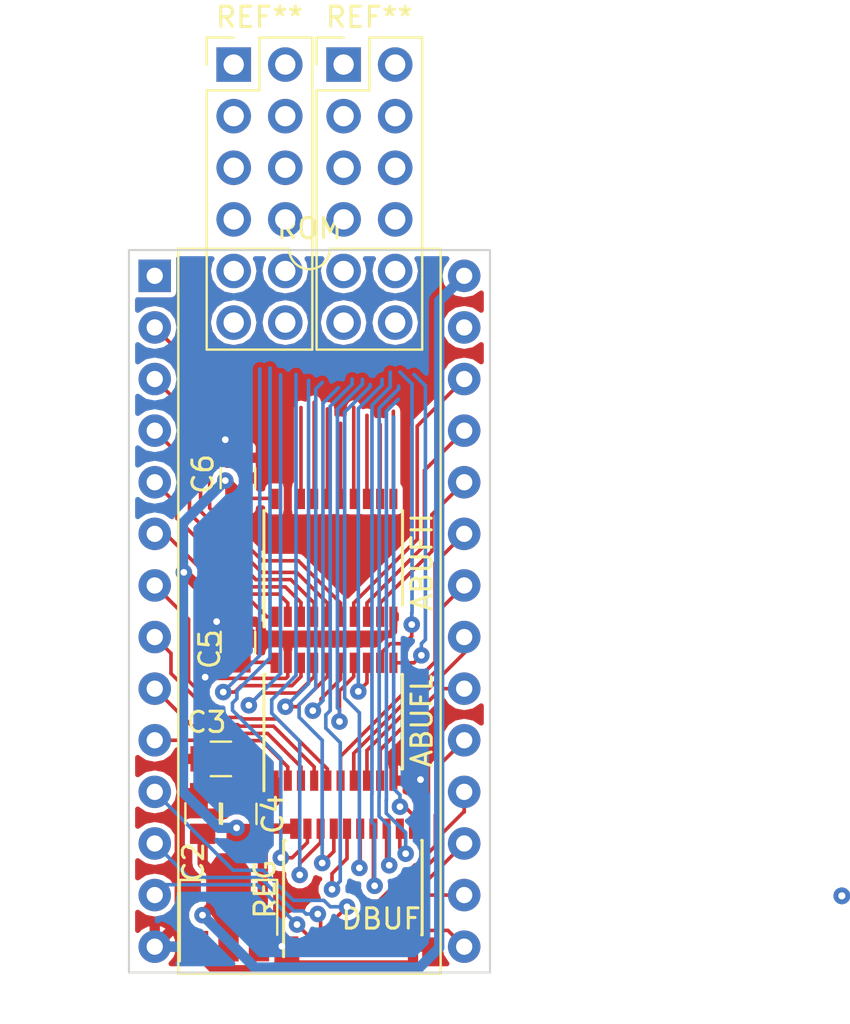
<source format=kicad_pcb>
(kicad_pcb (version 4) (host pcbnew 4.0.6)

  (general
    (links 83)
    (no_connects 2)
    (area 133.299999 46.939999 151.180001 82.600001)
    (thickness 1.6)
    (drawings 4)
    (tracks 416)
    (zones 0)
    (modules 45)
    (nets 53)
  )

  (page A4)
  (layers
    (0 F.Cu signal)
    (31 B.Cu signal)
    (32 B.Adhes user)
    (33 F.Adhes user)
    (34 B.Paste user)
    (35 F.Paste user)
    (36 B.SilkS user)
    (37 F.SilkS user)
    (38 B.Mask user)
    (39 F.Mask user)
    (40 Dwgs.User user)
    (41 Cmts.User user)
    (42 Eco1.User user)
    (43 Eco2.User user)
    (44 Edge.Cuts user)
    (45 Margin user)
    (46 B.CrtYd user)
    (47 F.CrtYd user)
    (48 B.Fab user hide)
    (49 F.Fab user hide)
  )

  (setup
    (last_trace_width 0.381)
    (user_trace_width 0.254)
    (user_trace_width 0.381)
    (user_trace_width 0.508)
    (user_trace_width 0.762)
    (user_trace_width 1.016)
    (user_trace_width 1.27)
    (trace_clearance 0.1778)
    (zone_clearance 0.254)
    (zone_45_only no)
    (trace_min 0.1778)
    (segment_width 0.2)
    (edge_width 0.1)
    (via_size 0.8128)
    (via_drill 0.3302)
    (via_min_size 0.8128)
    (via_min_drill 0.3302)
    (user_via 0.8128 0.3302)
    (user_via 1.016 0.635)
    (uvia_size 0.8128)
    (uvia_drill 0.3302)
    (uvias_allowed no)
    (uvia_min_size 0.8128)
    (uvia_min_drill 0.3302)
    (pcb_text_width 0.2)
    (pcb_text_size 1 1)
    (mod_edge_width 0.15)
    (mod_text_size 1 1)
    (mod_text_width 0.15)
    (pad_size 1.5 1.5)
    (pad_drill 0.6)
    (pad_to_mask_clearance 0)
    (aux_axis_origin 0 0)
    (visible_elements FFFFFF7F)
    (pcbplotparams
      (layerselection 0x010fc_80000001)
      (usegerberextensions true)
      (excludeedgelayer true)
      (linewidth 0.100000)
      (plotframeref false)
      (viasonmask false)
      (mode 1)
      (useauxorigin false)
      (hpglpennumber 1)
      (hpglpenspeed 20)
      (hpglpendiameter 15)
      (hpglpenoverlay 2)
      (psnegative false)
      (psa4output false)
      (plotreference true)
      (plotvalue true)
      (plotinvisibletext false)
      (padsonsilk false)
      (subtractmaskfromsilk false)
      (outputformat 1)
      (mirror false)
      (drillshape 0)
      (scaleselection 1)
      (outputdirectory gerbers/))
  )

  (net 0 "")
  (net 1 ext_A8)
  (net 2 ext_A9)
  (net 3 ext_A10)
  (net 4 ext_A11)
  (net 5 ext_A12)
  (net 6 ext_A13)
  (net 7 GND)
  (net 8 3V3)
  (net 9 ext_A0)
  (net 10 ext_A1)
  (net 11 ext_A2)
  (net 12 ext_A3)
  (net 13 ext_A4)
  (net 14 ext_A5)
  (net 15 ext_A6)
  (net 16 ext_A7)
  (net 17 5V)
  (net 18 ext_D7)
  (net 19 ext_D6)
  (net 20 ext_D5)
  (net 21 ext_D4)
  (net 22 ext_D3)
  (net 23 ext_D2)
  (net 24 ext_D1)
  (net 25 ext_D0)
  (net 26 D3)
  (net 27 A12)
  (net 28 D4)
  (net 29 A7)
  (net 30 D5)
  (net 31 A6)
  (net 32 D6)
  (net 33 A5)
  (net 34 D7)
  (net 35 A4)
  (net 36 nCS)
  (net 37 A3)
  (net 38 A10)
  (net 39 A2)
  (net 40 nOE)
  (net 41 A1)
  (net 42 A11)
  (net 43 A0)
  (net 44 A9)
  (net 45 D0)
  (net 46 A8)
  (net 47 D1)
  (net 48 A13)
  (net 49 D2)
  (net 50 ext_dbuf_nCE)
  (net 51 ext_nOE)
  (net 52 ext_nCS)

  (net_class Default "This is the default net class."
    (clearance 0.1778)
    (trace_width 0.1778)
    (via_dia 0.8128)
    (via_drill 0.3302)
    (uvia_dia 0.8128)
    (uvia_drill 0.3302)
    (add_net 3V3)
    (add_net 5V)
    (add_net A0)
    (add_net A1)
    (add_net A10)
    (add_net A11)
    (add_net A12)
    (add_net A13)
    (add_net A2)
    (add_net A3)
    (add_net A4)
    (add_net A5)
    (add_net A6)
    (add_net A7)
    (add_net A8)
    (add_net A9)
    (add_net D0)
    (add_net D1)
    (add_net D2)
    (add_net D3)
    (add_net D4)
    (add_net D5)
    (add_net D6)
    (add_net D7)
    (add_net GND)
    (add_net ext_A0)
    (add_net ext_A1)
    (add_net ext_A10)
    (add_net ext_A11)
    (add_net ext_A12)
    (add_net ext_A13)
    (add_net ext_A2)
    (add_net ext_A3)
    (add_net ext_A4)
    (add_net ext_A5)
    (add_net ext_A6)
    (add_net ext_A7)
    (add_net ext_A8)
    (add_net ext_A9)
    (add_net ext_D0)
    (add_net ext_D1)
    (add_net ext_D2)
    (add_net ext_D3)
    (add_net ext_D4)
    (add_net ext_D5)
    (add_net ext_D6)
    (add_net ext_D7)
    (add_net ext_dbuf_nCE)
    (add_net ext_nCS)
    (add_net ext_nOE)
    (add_net nCS)
    (add_net nOE)
  )

  (module Housings_SSOP:SSOP-20_4.4x6.5mm_Pitch0.65mm (layer F.Cu) (tedit 57AFAF80) (tstamp 5A28C38B)
    (at 143.4465 62.1411 90)
    (descr "SSOP20: plastic shrink small outline package; 20 leads; body width 4.4 mm; (see NXP SSOP-TSSOP-VSO-REFLOW.pdf and sot266-1_po.pdf)")
    (tags "SSOP 0.65")
    (attr smd)
    (fp_text reference ABUFH (at -0.21336 4.33324 90) (layer F.SilkS)
      (effects (font (size 1 1) (thickness 0.15)))
    )
    (fp_text value 74LVC245 (at 0 4.3 90) (layer F.Fab)
      (effects (font (size 1 1) (thickness 0.15)))
    )
    (fp_line (start -1.2 -3.25) (end 2.2 -3.25) (layer F.Fab) (width 0.15))
    (fp_line (start 2.2 -3.25) (end 2.2 3.25) (layer F.Fab) (width 0.15))
    (fp_line (start 2.2 3.25) (end -2.2 3.25) (layer F.Fab) (width 0.15))
    (fp_line (start -2.2 3.25) (end -2.2 -2.25) (layer F.Fab) (width 0.15))
    (fp_line (start -2.2 -2.25) (end -1.2 -3.25) (layer F.Fab) (width 0.15))
    (fp_line (start -3.65 -3.55) (end -3.65 3.55) (layer F.CrtYd) (width 0.05))
    (fp_line (start 3.65 -3.55) (end 3.65 3.55) (layer F.CrtYd) (width 0.05))
    (fp_line (start -3.65 -3.55) (end 3.65 -3.55) (layer F.CrtYd) (width 0.05))
    (fp_line (start -3.65 3.55) (end 3.65 3.55) (layer F.CrtYd) (width 0.05))
    (fp_line (start 2.325 -3.45) (end 2.325 -3.35) (layer F.SilkS) (width 0.15))
    (fp_line (start 2.325 3.375) (end 2.325 3.35) (layer F.SilkS) (width 0.15))
    (fp_line (start -2.325 3.375) (end -2.325 3.35) (layer F.SilkS) (width 0.15))
    (fp_line (start -3.4 -3.45) (end 2.325 -3.45) (layer F.SilkS) (width 0.15))
    (fp_line (start -2.325 3.375) (end 2.325 3.375) (layer F.SilkS) (width 0.15))
    (fp_text user %R (at 0 0 90) (layer F.Fab)
      (effects (font (size 0.8 0.8) (thickness 0.15)))
    )
    (pad 1 smd rect (at -2.9 -2.925 90) (size 1 0.4) (layers F.Cu F.Paste F.Mask)
      (net 8 3V3))
    (pad 2 smd rect (at -2.9 -2.275 90) (size 1 0.4) (layers F.Cu F.Paste F.Mask)
      (net 35 A4))
    (pad 3 smd rect (at -2.9 -1.625 90) (size 1 0.4) (layers F.Cu F.Paste F.Mask)
      (net 33 A5))
    (pad 4 smd rect (at -2.9 -0.975 90) (size 1 0.4) (layers F.Cu F.Paste F.Mask)
      (net 31 A6))
    (pad 5 smd rect (at -2.9 -0.325 90) (size 1 0.4) (layers F.Cu F.Paste F.Mask)
      (net 29 A7))
    (pad 6 smd rect (at -2.9 0.325 90) (size 1 0.4) (layers F.Cu F.Paste F.Mask)
      (net 27 A12))
    (pad 7 smd rect (at -2.9 0.975 90) (size 1 0.4) (layers F.Cu F.Paste F.Mask)
      (net 48 A13))
    (pad 8 smd rect (at -2.9 1.625 90) (size 1 0.4) (layers F.Cu F.Paste F.Mask)
      (net 46 A8))
    (pad 9 smd rect (at -2.9 2.275 90) (size 1 0.4) (layers F.Cu F.Paste F.Mask)
      (net 44 A9))
    (pad 10 smd rect (at -2.9 2.925 90) (size 1 0.4) (layers F.Cu F.Paste F.Mask)
      (net 7 GND))
    (pad 11 smd rect (at 2.9 2.925 90) (size 1 0.4) (layers F.Cu F.Paste F.Mask)
      (net 13 ext_A4))
    (pad 12 smd rect (at 2.9 2.275 90) (size 1 0.4) (layers F.Cu F.Paste F.Mask)
      (net 14 ext_A5))
    (pad 13 smd rect (at 2.9 1.625 90) (size 1 0.4) (layers F.Cu F.Paste F.Mask)
      (net 15 ext_A6))
    (pad 14 smd rect (at 2.9 0.975 90) (size 1 0.4) (layers F.Cu F.Paste F.Mask)
      (net 16 ext_A7))
    (pad 15 smd rect (at 2.9 0.325 90) (size 1 0.4) (layers F.Cu F.Paste F.Mask)
      (net 5 ext_A12))
    (pad 16 smd rect (at 2.9 -0.325 90) (size 1 0.4) (layers F.Cu F.Paste F.Mask)
      (net 6 ext_A13))
    (pad 17 smd rect (at 2.9 -0.975 90) (size 1 0.4) (layers F.Cu F.Paste F.Mask)
      (net 1 ext_A8))
    (pad 18 smd rect (at 2.9 -1.625 90) (size 1 0.4) (layers F.Cu F.Paste F.Mask)
      (net 2 ext_A9))
    (pad 19 smd rect (at 2.9 -2.275 90) (size 1 0.4) (layers F.Cu F.Paste F.Mask)
      (net 7 GND))
    (pad 20 smd rect (at 2.9 -2.925 90) (size 1 0.4) (layers F.Cu F.Paste F.Mask)
      (net 8 3V3))
    (model ${KISYS3DMOD}/Housings_SSOP.3dshapes/SSOP-20_4.4x6.5mm_Pitch0.65mm.wrl
      (at (xyz 0 0 0))
      (scale (xyz 1 1 1))
      (rotate (xyz 0 0 0))
    )
  )

  (module TO_SOT_Packages_SMD:SOT-89-3 (layer F.Cu) (tedit 591F0203) (tstamp 5A28C468)
    (at 138.25334 79.7746 90)
    (descr SOT-89-3)
    (tags SOT-89-3)
    (attr smd)
    (fp_text reference REG (at 1.3267 1.79972 90) (layer F.SilkS)
      (effects (font (size 1 1) (thickness 0.15)))
    )
    (fp_text value MCP1700T-3302E/MB (at 0.45 3.25 90) (layer F.Fab)
      (effects (font (size 1 1) (thickness 0.15)))
    )
    (fp_text user %R (at 0.38 0 180) (layer F.Fab)
      (effects (font (size 0.6 0.6) (thickness 0.09)))
    )
    (fp_line (start 1.78 1.2) (end 1.78 2.4) (layer F.SilkS) (width 0.12))
    (fp_line (start 1.78 2.4) (end -0.92 2.4) (layer F.SilkS) (width 0.12))
    (fp_line (start -2.22 -2.4) (end 1.78 -2.4) (layer F.SilkS) (width 0.12))
    (fp_line (start 1.78 -2.4) (end 1.78 -1.2) (layer F.SilkS) (width 0.12))
    (fp_line (start -0.92 -1.51) (end -0.13 -2.3) (layer F.Fab) (width 0.1))
    (fp_line (start 1.68 -2.3) (end 1.68 2.3) (layer F.Fab) (width 0.1))
    (fp_line (start 1.68 2.3) (end -0.92 2.3) (layer F.Fab) (width 0.1))
    (fp_line (start -0.92 2.3) (end -0.92 -1.51) (layer F.Fab) (width 0.1))
    (fp_line (start -0.13 -2.3) (end 1.68 -2.3) (layer F.Fab) (width 0.1))
    (fp_line (start 3.23 -2.55) (end 3.23 2.55) (layer F.CrtYd) (width 0.05))
    (fp_line (start 3.23 -2.55) (end -2.48 -2.55) (layer F.CrtYd) (width 0.05))
    (fp_line (start -2.48 2.55) (end 3.23 2.55) (layer F.CrtYd) (width 0.05))
    (fp_line (start -2.48 2.55) (end -2.48 -2.55) (layer F.CrtYd) (width 0.05))
    (pad 2 smd trapezoid (at 2.667 0) (size 1.6 0.85) (rect_delta 0 0.6 ) (layers F.Cu F.Paste F.Mask)
      (net 17 5V))
    (pad 1 smd rect (at -1.48 -1.5) (size 1 1.5) (layers F.Cu F.Paste F.Mask)
      (net 7 GND))
    (pad 2 smd rect (at -1.3335 0) (size 1 1.8) (layers F.Cu F.Paste F.Mask)
      (net 17 5V))
    (pad 3 smd rect (at -1.48 1.5) (size 1 1.5) (layers F.Cu F.Paste F.Mask)
      (net 8 3V3))
    (pad 2 smd rect (at 1.3335 0) (size 2.2 1.84) (layers F.Cu F.Paste F.Mask)
      (net 17 5V))
    (pad 2 smd trapezoid (at -0.0762 0 180) (size 1.5 1) (rect_delta 0 0.7 ) (layers F.Cu F.Paste F.Mask)
      (net 17 5V))
    (model ${KISYS3DMOD}/TO_SOT_Packages_SMD.3dshapes/SOT-89-3.wrl
      (at (xyz 0 0 0))
      (scale (xyz 1 1 1))
      (rotate (xyz 0 0 0))
    )
  )

  (module Housings_DIP:DIP-28_W15.24mm (layer F.Cu) (tedit 59C78D6C) (tstamp 5A28C498)
    (at 134.62 48.26)
    (descr "28-lead though-hole mounted DIP package, row spacing 15.24 mm (600 mils)")
    (tags "THT DIP DIL PDIP 2.54mm 15.24mm 600mil")
    (fp_text reference ROM (at 7.62 -2.33) (layer F.SilkS)
      (effects (font (size 1 1) (thickness 0.15)))
    )
    (fp_text value "BBC ROM" (at 7.62 35.35) (layer F.Fab)
      (effects (font (size 1 1) (thickness 0.15)))
    )
    (fp_arc (start 7.62 -1.33) (end 6.62 -1.33) (angle -180) (layer F.SilkS) (width 0.12))
    (fp_line (start 1.255 -1.27) (end 14.985 -1.27) (layer F.Fab) (width 0.1))
    (fp_line (start 14.985 -1.27) (end 14.985 34.29) (layer F.Fab) (width 0.1))
    (fp_line (start 14.985 34.29) (end 0.255 34.29) (layer F.Fab) (width 0.1))
    (fp_line (start 0.255 34.29) (end 0.255 -0.27) (layer F.Fab) (width 0.1))
    (fp_line (start 0.255 -0.27) (end 1.255 -1.27) (layer F.Fab) (width 0.1))
    (fp_line (start 6.62 -1.33) (end 1.16 -1.33) (layer F.SilkS) (width 0.12))
    (fp_line (start 1.16 -1.33) (end 1.16 34.35) (layer F.SilkS) (width 0.12))
    (fp_line (start 1.16 34.35) (end 14.08 34.35) (layer F.SilkS) (width 0.12))
    (fp_line (start 14.08 34.35) (end 14.08 -1.33) (layer F.SilkS) (width 0.12))
    (fp_line (start 14.08 -1.33) (end 8.62 -1.33) (layer F.SilkS) (width 0.12))
    (fp_line (start -1.05 -1.55) (end -1.05 34.55) (layer F.CrtYd) (width 0.05))
    (fp_line (start -1.05 34.55) (end 16.3 34.55) (layer F.CrtYd) (width 0.05))
    (fp_line (start 16.3 34.55) (end 16.3 -1.55) (layer F.CrtYd) (width 0.05))
    (fp_line (start 16.3 -1.55) (end -1.05 -1.55) (layer F.CrtYd) (width 0.05))
    (fp_text user %R (at 7.62 16.51) (layer F.Fab)
      (effects (font (size 1 1) (thickness 0.15)))
    )
    (pad 1 thru_hole rect (at 0 0) (size 1.6 1.6) (drill 0.8) (layers *.Cu *.Mask))
    (pad 15 thru_hole oval (at 15.24 33.02) (size 1.6 1.6) (drill 0.8) (layers *.Cu *.Mask)
      (net 26 D3))
    (pad 2 thru_hole oval (at 0 2.54) (size 1.6 1.6) (drill 0.8) (layers *.Cu *.Mask)
      (net 27 A12))
    (pad 16 thru_hole oval (at 15.24 30.48) (size 1.6 1.6) (drill 0.8) (layers *.Cu *.Mask)
      (net 28 D4))
    (pad 3 thru_hole oval (at 0 5.08) (size 1.6 1.6) (drill 0.8) (layers *.Cu *.Mask)
      (net 29 A7))
    (pad 17 thru_hole oval (at 15.24 27.94) (size 1.6 1.6) (drill 0.8) (layers *.Cu *.Mask)
      (net 30 D5))
    (pad 4 thru_hole oval (at 0 7.62) (size 1.6 1.6) (drill 0.8) (layers *.Cu *.Mask)
      (net 31 A6))
    (pad 18 thru_hole oval (at 15.24 25.4) (size 1.6 1.6) (drill 0.8) (layers *.Cu *.Mask)
      (net 32 D6))
    (pad 5 thru_hole oval (at 0 10.16) (size 1.6 1.6) (drill 0.8) (layers *.Cu *.Mask)
      (net 33 A5))
    (pad 19 thru_hole oval (at 15.24 22.86) (size 1.6 1.6) (drill 0.8) (layers *.Cu *.Mask)
      (net 34 D7))
    (pad 6 thru_hole oval (at 0 12.7) (size 1.6 1.6) (drill 0.8) (layers *.Cu *.Mask)
      (net 35 A4))
    (pad 20 thru_hole oval (at 15.24 20.32) (size 1.6 1.6) (drill 0.8) (layers *.Cu *.Mask)
      (net 36 nCS))
    (pad 7 thru_hole oval (at 0 15.24) (size 1.6 1.6) (drill 0.8) (layers *.Cu *.Mask)
      (net 37 A3))
    (pad 21 thru_hole oval (at 15.24 17.78) (size 1.6 1.6) (drill 0.8) (layers *.Cu *.Mask)
      (net 38 A10))
    (pad 8 thru_hole oval (at 0 17.78) (size 1.6 1.6) (drill 0.8) (layers *.Cu *.Mask)
      (net 39 A2))
    (pad 22 thru_hole oval (at 15.24 15.24) (size 1.6 1.6) (drill 0.8) (layers *.Cu *.Mask)
      (net 40 nOE))
    (pad 9 thru_hole oval (at 0 20.32) (size 1.6 1.6) (drill 0.8) (layers *.Cu *.Mask)
      (net 41 A1))
    (pad 23 thru_hole oval (at 15.24 12.7) (size 1.6 1.6) (drill 0.8) (layers *.Cu *.Mask)
      (net 42 A11))
    (pad 10 thru_hole oval (at 0 22.86) (size 1.6 1.6) (drill 0.8) (layers *.Cu *.Mask)
      (net 43 A0))
    (pad 24 thru_hole oval (at 15.24 10.16) (size 1.6 1.6) (drill 0.8) (layers *.Cu *.Mask)
      (net 44 A9))
    (pad 11 thru_hole oval (at 0 25.4) (size 1.6 1.6) (drill 0.8) (layers *.Cu *.Mask)
      (net 45 D0))
    (pad 25 thru_hole oval (at 15.24 7.62) (size 1.6 1.6) (drill 0.8) (layers *.Cu *.Mask)
      (net 46 A8))
    (pad 12 thru_hole oval (at 0 27.94) (size 1.6 1.6) (drill 0.8) (layers *.Cu *.Mask)
      (net 47 D1))
    (pad 26 thru_hole oval (at 15.24 5.08) (size 1.6 1.6) (drill 0.8) (layers *.Cu *.Mask)
      (net 48 A13))
    (pad 13 thru_hole oval (at 0 30.48) (size 1.6 1.6) (drill 0.8) (layers *.Cu *.Mask)
      (net 49 D2))
    (pad 27 thru_hole oval (at 15.24 2.54) (size 1.6 1.6) (drill 0.8) (layers *.Cu *.Mask))
    (pad 14 thru_hole oval (at 0 33.02) (size 1.6 1.6) (drill 0.8) (layers *.Cu *.Mask)
      (net 7 GND))
    (pad 28 thru_hole oval (at 15.24 0) (size 1.6 1.6) (drill 0.8) (layers *.Cu *.Mask)
      (net 17 5V))
    (model ${KISYS3DMOD}/Housings_DIP.3dshapes/DIP-28_W15.24mm.wrl
      (at (xyz 0 0 0))
      (scale (xyz 1 1 1))
      (rotate (xyz 0 0 0))
    )
  )

  (module myelin-kicad:via_single (layer F.Cu) (tedit 0) (tstamp 5A28C49D)
    (at 168.45788 78.7781)
    (descr "Via array for stapling planes together")
    (fp_text reference staple_single1 (at 0 -1) (layer F.SilkS) hide
      (effects (font (size 1 1) (thickness 0.15)))
    )
    (fp_text value "" (at 0 1) (layer F.SilkS) hide
      (effects (font (size 1 1) (thickness 0.15)))
    )
    (pad 1 thru_hole circle (at 0 0) (size 0.8128 0.8128) (drill 0.3302) (layers *.Cu)
      (net 7 GND) (zone_connect 2))
  )

  (module myelin-kicad:via_single (layer F.Cu) (tedit 0) (tstamp 5A28C4A2)
    (at 168.45788 78.7781)
    (descr "Via array for stapling planes together")
    (fp_text reference staple_single2 (at 0 -1) (layer F.SilkS) hide
      (effects (font (size 1 1) (thickness 0.15)))
    )
    (fp_text value "" (at 0 1) (layer F.SilkS) hide
      (effects (font (size 1 1) (thickness 0.15)))
    )
    (pad 1 thru_hole circle (at 0 0) (size 0.8128 0.8128) (drill 0.3302) (layers *.Cu)
      (net 7 GND) (zone_connect 2))
  )

  (module myelin-kicad:via_single (layer F.Cu) (tedit 0) (tstamp 5A28C4A7)
    (at 168.45788 78.7781)
    (descr "Via array for stapling planes together")
    (fp_text reference staple_single3 (at 0 -1) (layer F.SilkS) hide
      (effects (font (size 1 1) (thickness 0.15)))
    )
    (fp_text value "" (at 0 1) (layer F.SilkS) hide
      (effects (font (size 1 1) (thickness 0.15)))
    )
    (pad 1 thru_hole circle (at 0 0) (size 0.8128 0.8128) (drill 0.3302) (layers *.Cu)
      (net 7 GND) (zone_connect 2))
  )

  (module myelin-kicad:via_single (layer F.Cu) (tedit 0) (tstamp 5A28C4AC)
    (at 168.45788 78.7781)
    (descr "Via array for stapling planes together")
    (fp_text reference staple_single4 (at 0 -1) (layer F.SilkS) hide
      (effects (font (size 1 1) (thickness 0.15)))
    )
    (fp_text value "" (at 0 1) (layer F.SilkS) hide
      (effects (font (size 1 1) (thickness 0.15)))
    )
    (pad 1 thru_hole circle (at 0 0) (size 0.8128 0.8128) (drill 0.3302) (layers *.Cu)
      (net 7 GND) (zone_connect 2))
  )

  (module myelin-kicad:via_single (layer F.Cu) (tedit 0) (tstamp 5A28C4B1)
    (at 168.45788 78.7781)
    (descr "Via array for stapling planes together")
    (fp_text reference staple_single5 (at 0 -1) (layer F.SilkS) hide
      (effects (font (size 1 1) (thickness 0.15)))
    )
    (fp_text value "" (at 0 1) (layer F.SilkS) hide
      (effects (font (size 1 1) (thickness 0.15)))
    )
    (pad 1 thru_hole circle (at 0 0) (size 0.8128 0.8128) (drill 0.3302) (layers *.Cu)
      (net 7 GND) (zone_connect 2))
  )

  (module myelin-kicad:via_single (layer F.Cu) (tedit 0) (tstamp 5A28C4B6)
    (at 168.45788 78.7781)
    (descr "Via array for stapling planes together")
    (fp_text reference staple_single6 (at 0 -1) (layer F.SilkS) hide
      (effects (font (size 1 1) (thickness 0.15)))
    )
    (fp_text value "" (at 0 1) (layer F.SilkS) hide
      (effects (font (size 1 1) (thickness 0.15)))
    )
    (pad 1 thru_hole circle (at 0 0) (size 0.8128 0.8128) (drill 0.3302) (layers *.Cu)
      (net 7 GND) (zone_connect 2))
  )

  (module myelin-kicad:via_single (layer F.Cu) (tedit 0) (tstamp 5A28C4BB)
    (at 168.45788 78.7781)
    (descr "Via array for stapling planes together")
    (fp_text reference staple_single7 (at 0 -1) (layer F.SilkS) hide
      (effects (font (size 1 1) (thickness 0.15)))
    )
    (fp_text value "" (at 0 1) (layer F.SilkS) hide
      (effects (font (size 1 1) (thickness 0.15)))
    )
    (pad 1 thru_hole circle (at 0 0) (size 0.8128 0.8128) (drill 0.3302) (layers *.Cu)
      (net 7 GND) (zone_connect 2))
  )

  (module myelin-kicad:via_single (layer F.Cu) (tedit 0) (tstamp 5A28C4C0)
    (at 168.45788 78.7781)
    (descr "Via array for stapling planes together")
    (fp_text reference staple_single8 (at 0 -1) (layer F.SilkS) hide
      (effects (font (size 1 1) (thickness 0.15)))
    )
    (fp_text value "" (at 0 1) (layer F.SilkS) hide
      (effects (font (size 1 1) (thickness 0.15)))
    )
    (pad 1 thru_hole circle (at 0 0) (size 0.8128 0.8128) (drill 0.3302) (layers *.Cu)
      (net 7 GND) (zone_connect 2))
  )

  (module myelin-kicad:via_single (layer F.Cu) (tedit 0) (tstamp 5A28C4C5)
    (at 168.45788 78.7781)
    (descr "Via array for stapling planes together")
    (fp_text reference staple_single9 (at 0 -1) (layer F.SilkS) hide
      (effects (font (size 1 1) (thickness 0.15)))
    )
    (fp_text value "" (at 0 1) (layer F.SilkS) hide
      (effects (font (size 1 1) (thickness 0.15)))
    )
    (pad 1 thru_hole circle (at 0 0) (size 0.8128 0.8128) (drill 0.3302) (layers *.Cu)
      (net 7 GND) (zone_connect 2))
  )

  (module myelin-kicad:via_single (layer F.Cu) (tedit 0) (tstamp 5A28C4CA)
    (at 168.45788 78.7781)
    (descr "Via array for stapling planes together")
    (fp_text reference staple_single10 (at 0 -1) (layer F.SilkS) hide
      (effects (font (size 1 1) (thickness 0.15)))
    )
    (fp_text value "" (at 0 1) (layer F.SilkS) hide
      (effects (font (size 1 1) (thickness 0.15)))
    )
    (pad 1 thru_hole circle (at 0 0) (size 0.8128 0.8128) (drill 0.3302) (layers *.Cu)
      (net 7 GND) (zone_connect 2))
  )

  (module myelin-kicad:via_single (layer F.Cu) (tedit 0) (tstamp 5A28C4CF)
    (at 168.45788 78.7781)
    (descr "Via array for stapling planes together")
    (fp_text reference staple_single11 (at 0 -1) (layer F.SilkS) hide
      (effects (font (size 1 1) (thickness 0.15)))
    )
    (fp_text value "" (at 0 1) (layer F.SilkS) hide
      (effects (font (size 1 1) (thickness 0.15)))
    )
    (pad 1 thru_hole circle (at 0 0) (size 0.8128 0.8128) (drill 0.3302) (layers *.Cu)
      (net 7 GND) (zone_connect 2))
  )

  (module myelin-kicad:via_single (layer F.Cu) (tedit 0) (tstamp 5A28C4D4)
    (at 168.45788 78.7781)
    (descr "Via array for stapling planes together")
    (fp_text reference staple_single12 (at 0 -1) (layer F.SilkS) hide
      (effects (font (size 1 1) (thickness 0.15)))
    )
    (fp_text value "" (at 0 1) (layer F.SilkS) hide
      (effects (font (size 1 1) (thickness 0.15)))
    )
    (pad 1 thru_hole circle (at 0 0) (size 0.8128 0.8128) (drill 0.3302) (layers *.Cu)
      (net 7 GND) (zone_connect 2))
  )

  (module myelin-kicad:via_single (layer F.Cu) (tedit 0) (tstamp 5A28C4D9)
    (at 168.45788 78.7781)
    (descr "Via array for stapling planes together")
    (fp_text reference staple_single13 (at 0 -1) (layer F.SilkS) hide
      (effects (font (size 1 1) (thickness 0.15)))
    )
    (fp_text value "" (at 0 1) (layer F.SilkS) hide
      (effects (font (size 1 1) (thickness 0.15)))
    )
    (pad 1 thru_hole circle (at 0 0) (size 0.8128 0.8128) (drill 0.3302) (layers *.Cu)
      (net 7 GND) (zone_connect 2))
  )

  (module myelin-kicad:via_single (layer F.Cu) (tedit 0) (tstamp 5A28C4DE)
    (at 168.45788 78.7781)
    (descr "Via array for stapling planes together")
    (fp_text reference staple_single14 (at 0 -1) (layer F.SilkS) hide
      (effects (font (size 1 1) (thickness 0.15)))
    )
    (fp_text value "" (at 0 1) (layer F.SilkS) hide
      (effects (font (size 1 1) (thickness 0.15)))
    )
    (pad 1 thru_hole circle (at 0 0) (size 0.8128 0.8128) (drill 0.3302) (layers *.Cu)
      (net 7 GND) (zone_connect 2))
  )

  (module myelin-kicad:via_single (layer F.Cu) (tedit 0) (tstamp 5A28C4E3)
    (at 168.45788 78.7781)
    (descr "Via array for stapling planes together")
    (fp_text reference staple_single15 (at 0 -1) (layer F.SilkS) hide
      (effects (font (size 1 1) (thickness 0.15)))
    )
    (fp_text value "" (at 0 1) (layer F.SilkS) hide
      (effects (font (size 1 1) (thickness 0.15)))
    )
    (pad 1 thru_hole circle (at 0 0) (size 0.8128 0.8128) (drill 0.3302) (layers *.Cu)
      (net 7 GND) (zone_connect 2))
  )

  (module myelin-kicad:via_single (layer F.Cu) (tedit 0) (tstamp 5A28C4E8)
    (at 168.45788 78.7781)
    (descr "Via array for stapling planes together")
    (fp_text reference staple_single16 (at 0 -1) (layer F.SilkS) hide
      (effects (font (size 1 1) (thickness 0.15)))
    )
    (fp_text value "" (at 0 1) (layer F.SilkS) hide
      (effects (font (size 1 1) (thickness 0.15)))
    )
    (pad 1 thru_hole circle (at 0 0) (size 0.8128 0.8128) (drill 0.3302) (layers *.Cu)
      (net 7 GND) (zone_connect 2))
  )

  (module myelin-kicad:via_single (layer F.Cu) (tedit 0) (tstamp 5A28C4ED)
    (at 168.45788 78.7781)
    (descr "Via array for stapling planes together")
    (fp_text reference staple_single17 (at 0 -1) (layer F.SilkS) hide
      (effects (font (size 1 1) (thickness 0.15)))
    )
    (fp_text value "" (at 0 1) (layer F.SilkS) hide
      (effects (font (size 1 1) (thickness 0.15)))
    )
    (pad 1 thru_hole circle (at 0 0) (size 0.8128 0.8128) (drill 0.3302) (layers *.Cu)
      (net 7 GND) (zone_connect 2))
  )

  (module myelin-kicad:via_single (layer F.Cu) (tedit 0) (tstamp 5A28C4F2)
    (at 168.45788 78.7781)
    (descr "Via array for stapling planes together")
    (fp_text reference staple_single18 (at 0 -1) (layer F.SilkS) hide
      (effects (font (size 1 1) (thickness 0.15)))
    )
    (fp_text value "" (at 0 1) (layer F.SilkS) hide
      (effects (font (size 1 1) (thickness 0.15)))
    )
    (pad 1 thru_hole circle (at 0 0) (size 0.8128 0.8128) (drill 0.3302) (layers *.Cu)
      (net 7 GND) (zone_connect 2))
  )

  (module myelin-kicad:via_single (layer F.Cu) (tedit 0) (tstamp 5A28C4F7)
    (at 168.45788 78.7781)
    (descr "Via array for stapling planes together")
    (fp_text reference staple_single19 (at 0 -1) (layer F.SilkS) hide
      (effects (font (size 1 1) (thickness 0.15)))
    )
    (fp_text value "" (at 0 1) (layer F.SilkS) hide
      (effects (font (size 1 1) (thickness 0.15)))
    )
    (pad 1 thru_hole circle (at 0 0) (size 0.8128 0.8128) (drill 0.3302) (layers *.Cu)
      (net 7 GND) (zone_connect 2))
  )

  (module myelin-kicad:via_single (layer F.Cu) (tedit 0) (tstamp 5A28C4FC)
    (at 168.45788 78.7781)
    (descr "Via array for stapling planes together")
    (fp_text reference staple_single20 (at 0 -1) (layer F.SilkS) hide
      (effects (font (size 1 1) (thickness 0.15)))
    )
    (fp_text value "" (at 0 1) (layer F.SilkS) hide
      (effects (font (size 1 1) (thickness 0.15)))
    )
    (pad 1 thru_hole circle (at 0 0) (size 0.8128 0.8128) (drill 0.3302) (layers *.Cu)
      (net 7 GND) (zone_connect 2))
  )

  (module myelin-kicad:via_single (layer F.Cu) (tedit 0) (tstamp 5A28C501)
    (at 168.45788 78.7781)
    (descr "Via array for stapling planes together")
    (fp_text reference staple_single21 (at 0 -1) (layer F.SilkS) hide
      (effects (font (size 1 1) (thickness 0.15)))
    )
    (fp_text value "" (at 0 1) (layer F.SilkS) hide
      (effects (font (size 1 1) (thickness 0.15)))
    )
    (pad 1 thru_hole circle (at 0 0) (size 0.8128 0.8128) (drill 0.3302) (layers *.Cu)
      (net 7 GND) (zone_connect 2))
  )

  (module myelin-kicad:via_single (layer F.Cu) (tedit 0) (tstamp 5A28C506)
    (at 168.45788 78.7781)
    (descr "Via array for stapling planes together")
    (fp_text reference staple_single22 (at 0 -1) (layer F.SilkS) hide
      (effects (font (size 1 1) (thickness 0.15)))
    )
    (fp_text value "" (at 0 1) (layer F.SilkS) hide
      (effects (font (size 1 1) (thickness 0.15)))
    )
    (pad 1 thru_hole circle (at 0 0) (size 0.8128 0.8128) (drill 0.3302) (layers *.Cu)
      (net 7 GND) (zone_connect 2))
  )

  (module myelin-kicad:via_single (layer F.Cu) (tedit 0) (tstamp 5A28C50B)
    (at 168.45788 78.7781)
    (descr "Via array for stapling planes together")
    (fp_text reference staple_single23 (at 0 -1) (layer F.SilkS) hide
      (effects (font (size 1 1) (thickness 0.15)))
    )
    (fp_text value "" (at 0 1) (layer F.SilkS) hide
      (effects (font (size 1 1) (thickness 0.15)))
    )
    (pad 1 thru_hole circle (at 0 0) (size 0.8128 0.8128) (drill 0.3302) (layers *.Cu)
      (net 7 GND) (zone_connect 2))
  )

  (module myelin-kicad:via_single (layer F.Cu) (tedit 0) (tstamp 5A28C510)
    (at 168.45788 78.7781)
    (descr "Via array for stapling planes together")
    (fp_text reference staple_single24 (at 0 -1) (layer F.SilkS) hide
      (effects (font (size 1 1) (thickness 0.15)))
    )
    (fp_text value "" (at 0 1) (layer F.SilkS) hide
      (effects (font (size 1 1) (thickness 0.15)))
    )
    (pad 1 thru_hole circle (at 0 0) (size 0.8128 0.8128) (drill 0.3302) (layers *.Cu)
      (net 7 GND) (zone_connect 2))
  )

  (module myelin-kicad:via_single (layer F.Cu) (tedit 0) (tstamp 5A28C515)
    (at 168.45788 78.7781)
    (descr "Via array for stapling planes together")
    (fp_text reference staple_single25 (at 0 -1) (layer F.SilkS) hide
      (effects (font (size 1 1) (thickness 0.15)))
    )
    (fp_text value "" (at 0 1) (layer F.SilkS) hide
      (effects (font (size 1 1) (thickness 0.15)))
    )
    (pad 1 thru_hole circle (at 0 0) (size 0.8128 0.8128) (drill 0.3302) (layers *.Cu)
      (net 7 GND) (zone_connect 2))
  )

  (module myelin-kicad:via_single (layer F.Cu) (tedit 0) (tstamp 5A28C51A)
    (at 168.45788 78.7781)
    (descr "Via array for stapling planes together")
    (fp_text reference staple_single26 (at 0 -1) (layer F.SilkS) hide
      (effects (font (size 1 1) (thickness 0.15)))
    )
    (fp_text value "" (at 0 1) (layer F.SilkS) hide
      (effects (font (size 1 1) (thickness 0.15)))
    )
    (pad 1 thru_hole circle (at 0 0) (size 0.8128 0.8128) (drill 0.3302) (layers *.Cu)
      (net 7 GND) (zone_connect 2))
  )

  (module myelin-kicad:via_single (layer F.Cu) (tedit 0) (tstamp 5A28C51F)
    (at 168.45788 78.7781)
    (descr "Via array for stapling planes together")
    (fp_text reference staple_single27 (at 0 -1) (layer F.SilkS) hide
      (effects (font (size 1 1) (thickness 0.15)))
    )
    (fp_text value "" (at 0 1) (layer F.SilkS) hide
      (effects (font (size 1 1) (thickness 0.15)))
    )
    (pad 1 thru_hole circle (at 0 0) (size 0.8128 0.8128) (drill 0.3302) (layers *.Cu)
      (net 7 GND) (zone_connect 2))
  )

  (module myelin-kicad:via_single (layer F.Cu) (tedit 0) (tstamp 5A28C524)
    (at 168.45788 78.7781)
    (descr "Via array for stapling planes together")
    (fp_text reference staple_single28 (at 0 -1) (layer F.SilkS) hide
      (effects (font (size 1 1) (thickness 0.15)))
    )
    (fp_text value "" (at 0 1) (layer F.SilkS) hide
      (effects (font (size 1 1) (thickness 0.15)))
    )
    (pad 1 thru_hole circle (at 0 0) (size 0.8128 0.8128) (drill 0.3302) (layers *.Cu)
      (net 7 GND) (zone_connect 2))
  )

  (module myelin-kicad:via_single (layer F.Cu) (tedit 0) (tstamp 5A28C529)
    (at 168.45788 78.7781)
    (descr "Via array for stapling planes together")
    (fp_text reference staple_single29 (at 0 -1) (layer F.SilkS) hide
      (effects (font (size 1 1) (thickness 0.15)))
    )
    (fp_text value "" (at 0 1) (layer F.SilkS) hide
      (effects (font (size 1 1) (thickness 0.15)))
    )
    (pad 1 thru_hole circle (at 0 0) (size 0.8128 0.8128) (drill 0.3302) (layers *.Cu)
      (net 7 GND) (zone_connect 2))
  )

  (module myelin-kicad:via_single (layer F.Cu) (tedit 0) (tstamp 5A28C52E)
    (at 168.45788 78.7781)
    (descr "Via array for stapling planes together")
    (fp_text reference staple_single30 (at 0 -1) (layer F.SilkS) hide
      (effects (font (size 1 1) (thickness 0.15)))
    )
    (fp_text value "" (at 0 1) (layer F.SilkS) hide
      (effects (font (size 1 1) (thickness 0.15)))
    )
    (pad 1 thru_hole circle (at 0 0) (size 0.8128 0.8128) (drill 0.3302) (layers *.Cu)
      (net 7 GND) (zone_connect 2))
  )

  (module myelin-kicad:via_single (layer F.Cu) (tedit 0) (tstamp 5A28C533)
    (at 168.45788 78.7781)
    (descr "Via array for stapling planes together")
    (fp_text reference staple_single31 (at 0 -1) (layer F.SilkS) hide
      (effects (font (size 1 1) (thickness 0.15)))
    )
    (fp_text value "" (at 0 1) (layer F.SilkS) hide
      (effects (font (size 1 1) (thickness 0.15)))
    )
    (pad 1 thru_hole circle (at 0 0) (size 0.8128 0.8128) (drill 0.3302) (layers *.Cu)
      (net 7 GND) (zone_connect 2))
  )

  (module myelin-kicad:via_single (layer F.Cu) (tedit 0) (tstamp 5A28C538)
    (at 168.45788 78.7781)
    (descr "Via array for stapling planes together")
    (fp_text reference staple_single32 (at 0 -1) (layer F.SilkS) hide
      (effects (font (size 1 1) (thickness 0.15)))
    )
    (fp_text value "" (at 0 1) (layer F.SilkS) hide
      (effects (font (size 1 1) (thickness 0.15)))
    )
    (pad 1 thru_hole circle (at 0 0) (size 0.8128 0.8128) (drill 0.3302) (layers *.Cu)
      (net 7 GND) (zone_connect 2))
  )

  (module myelin-kicad:via_single (layer F.Cu) (tedit 0) (tstamp 5A28C53D)
    (at 168.45788 78.7781)
    (descr "Via array for stapling planes together")
    (fp_text reference staple_single33 (at 0 -1) (layer F.SilkS) hide
      (effects (font (size 1 1) (thickness 0.15)))
    )
    (fp_text value "" (at 0 1) (layer F.SilkS) hide
      (effects (font (size 1 1) (thickness 0.15)))
    )
    (pad 1 thru_hole circle (at 0 0) (size 0.8128 0.8128) (drill 0.3302) (layers *.Cu)
      (net 7 GND) (zone_connect 2))
  )

  (module Pin_Headers:Pin_Header_Straight_2x06_Pitch2.54mm (layer F.Cu) (tedit 59650532) (tstamp 5A28CC8C)
    (at 138.50874 37.86124)
    (descr "Through hole straight pin header, 2x06, 2.54mm pitch, double rows")
    (tags "Through hole pin header THT 2x06 2.54mm double row")
    (fp_text reference REF** (at 1.27 -2.33) (layer F.SilkS)
      (effects (font (size 1 1) (thickness 0.15)))
    )
    (fp_text value Pin_Header_Straight_2x06_Pitch2.54mm (at 1.27 15.03) (layer F.Fab)
      (effects (font (size 1 1) (thickness 0.15)))
    )
    (fp_line (start 0 -1.27) (end 3.81 -1.27) (layer F.Fab) (width 0.1))
    (fp_line (start 3.81 -1.27) (end 3.81 13.97) (layer F.Fab) (width 0.1))
    (fp_line (start 3.81 13.97) (end -1.27 13.97) (layer F.Fab) (width 0.1))
    (fp_line (start -1.27 13.97) (end -1.27 0) (layer F.Fab) (width 0.1))
    (fp_line (start -1.27 0) (end 0 -1.27) (layer F.Fab) (width 0.1))
    (fp_line (start -1.33 14.03) (end 3.87 14.03) (layer F.SilkS) (width 0.12))
    (fp_line (start -1.33 1.27) (end -1.33 14.03) (layer F.SilkS) (width 0.12))
    (fp_line (start 3.87 -1.33) (end 3.87 14.03) (layer F.SilkS) (width 0.12))
    (fp_line (start -1.33 1.27) (end 1.27 1.27) (layer F.SilkS) (width 0.12))
    (fp_line (start 1.27 1.27) (end 1.27 -1.33) (layer F.SilkS) (width 0.12))
    (fp_line (start 1.27 -1.33) (end 3.87 -1.33) (layer F.SilkS) (width 0.12))
    (fp_line (start -1.33 0) (end -1.33 -1.33) (layer F.SilkS) (width 0.12))
    (fp_line (start -1.33 -1.33) (end 0 -1.33) (layer F.SilkS) (width 0.12))
    (fp_line (start -1.8 -1.8) (end -1.8 14.5) (layer F.CrtYd) (width 0.05))
    (fp_line (start -1.8 14.5) (end 4.35 14.5) (layer F.CrtYd) (width 0.05))
    (fp_line (start 4.35 14.5) (end 4.35 -1.8) (layer F.CrtYd) (width 0.05))
    (fp_line (start 4.35 -1.8) (end -1.8 -1.8) (layer F.CrtYd) (width 0.05))
    (fp_text user %R (at 1.27 6.35 90) (layer F.Fab)
      (effects (font (size 1 1) (thickness 0.15)))
    )
    (pad 1 thru_hole rect (at 0 0) (size 1.7 1.7) (drill 1) (layers *.Cu *.Mask))
    (pad 2 thru_hole oval (at 2.54 0) (size 1.7 1.7) (drill 1) (layers *.Cu *.Mask))
    (pad 3 thru_hole oval (at 0 2.54) (size 1.7 1.7) (drill 1) (layers *.Cu *.Mask))
    (pad 4 thru_hole oval (at 2.54 2.54) (size 1.7 1.7) (drill 1) (layers *.Cu *.Mask))
    (pad 5 thru_hole oval (at 0 5.08) (size 1.7 1.7) (drill 1) (layers *.Cu *.Mask))
    (pad 6 thru_hole oval (at 2.54 5.08) (size 1.7 1.7) (drill 1) (layers *.Cu *.Mask))
    (pad 7 thru_hole oval (at 0 7.62) (size 1.7 1.7) (drill 1) (layers *.Cu *.Mask))
    (pad 8 thru_hole oval (at 2.54 7.62) (size 1.7 1.7) (drill 1) (layers *.Cu *.Mask))
    (pad 9 thru_hole oval (at 0 10.16) (size 1.7 1.7) (drill 1) (layers *.Cu *.Mask))
    (pad 10 thru_hole oval (at 2.54 10.16) (size 1.7 1.7) (drill 1) (layers *.Cu *.Mask))
    (pad 11 thru_hole oval (at 0 12.7) (size 1.7 1.7) (drill 1) (layers *.Cu *.Mask))
    (pad 12 thru_hole oval (at 2.54 12.7) (size 1.7 1.7) (drill 1) (layers *.Cu *.Mask))
    (model ${KISYS3DMOD}/Pin_Headers.3dshapes/Pin_Header_Straight_2x06_Pitch2.54mm.wrl
      (at (xyz 0 0 0))
      (scale (xyz 1 1 1))
      (rotate (xyz 0 0 0))
    )
  )

  (module Pin_Headers:Pin_Header_Straight_2x06_Pitch2.54mm (layer F.Cu) (tedit 59650532) (tstamp 5A28CC8D)
    (at 143.92148 37.86124)
    (descr "Through hole straight pin header, 2x06, 2.54mm pitch, double rows")
    (tags "Through hole pin header THT 2x06 2.54mm double row")
    (fp_text reference REF** (at 1.27 -2.33) (layer F.SilkS)
      (effects (font (size 1 1) (thickness 0.15)))
    )
    (fp_text value Pin_Header_Straight_2x06_Pitch2.54mm (at 1.27 15.03) (layer F.Fab)
      (effects (font (size 1 1) (thickness 0.15)))
    )
    (fp_line (start 0 -1.27) (end 3.81 -1.27) (layer F.Fab) (width 0.1))
    (fp_line (start 3.81 -1.27) (end 3.81 13.97) (layer F.Fab) (width 0.1))
    (fp_line (start 3.81 13.97) (end -1.27 13.97) (layer F.Fab) (width 0.1))
    (fp_line (start -1.27 13.97) (end -1.27 0) (layer F.Fab) (width 0.1))
    (fp_line (start -1.27 0) (end 0 -1.27) (layer F.Fab) (width 0.1))
    (fp_line (start -1.33 14.03) (end 3.87 14.03) (layer F.SilkS) (width 0.12))
    (fp_line (start -1.33 1.27) (end -1.33 14.03) (layer F.SilkS) (width 0.12))
    (fp_line (start 3.87 -1.33) (end 3.87 14.03) (layer F.SilkS) (width 0.12))
    (fp_line (start -1.33 1.27) (end 1.27 1.27) (layer F.SilkS) (width 0.12))
    (fp_line (start 1.27 1.27) (end 1.27 -1.33) (layer F.SilkS) (width 0.12))
    (fp_line (start 1.27 -1.33) (end 3.87 -1.33) (layer F.SilkS) (width 0.12))
    (fp_line (start -1.33 0) (end -1.33 -1.33) (layer F.SilkS) (width 0.12))
    (fp_line (start -1.33 -1.33) (end 0 -1.33) (layer F.SilkS) (width 0.12))
    (fp_line (start -1.8 -1.8) (end -1.8 14.5) (layer F.CrtYd) (width 0.05))
    (fp_line (start -1.8 14.5) (end 4.35 14.5) (layer F.CrtYd) (width 0.05))
    (fp_line (start 4.35 14.5) (end 4.35 -1.8) (layer F.CrtYd) (width 0.05))
    (fp_line (start 4.35 -1.8) (end -1.8 -1.8) (layer F.CrtYd) (width 0.05))
    (fp_text user %R (at 1.27 6.35 90) (layer F.Fab)
      (effects (font (size 1 1) (thickness 0.15)))
    )
    (pad 1 thru_hole rect (at 0 0) (size 1.7 1.7) (drill 1) (layers *.Cu *.Mask))
    (pad 2 thru_hole oval (at 2.54 0) (size 1.7 1.7) (drill 1) (layers *.Cu *.Mask))
    (pad 3 thru_hole oval (at 0 2.54) (size 1.7 1.7) (drill 1) (layers *.Cu *.Mask))
    (pad 4 thru_hole oval (at 2.54 2.54) (size 1.7 1.7) (drill 1) (layers *.Cu *.Mask))
    (pad 5 thru_hole oval (at 0 5.08) (size 1.7 1.7) (drill 1) (layers *.Cu *.Mask))
    (pad 6 thru_hole oval (at 2.54 5.08) (size 1.7 1.7) (drill 1) (layers *.Cu *.Mask))
    (pad 7 thru_hole oval (at 0 7.62) (size 1.7 1.7) (drill 1) (layers *.Cu *.Mask))
    (pad 8 thru_hole oval (at 2.54 7.62) (size 1.7 1.7) (drill 1) (layers *.Cu *.Mask))
    (pad 9 thru_hole oval (at 0 10.16) (size 1.7 1.7) (drill 1) (layers *.Cu *.Mask))
    (pad 10 thru_hole oval (at 2.54 10.16) (size 1.7 1.7) (drill 1) (layers *.Cu *.Mask))
    (pad 11 thru_hole oval (at 0 12.7) (size 1.7 1.7) (drill 1) (layers *.Cu *.Mask))
    (pad 12 thru_hole oval (at 2.54 12.7) (size 1.7 1.7) (drill 1) (layers *.Cu *.Mask))
    (model ${KISYS3DMOD}/Pin_Headers.3dshapes/Pin_Header_Straight_2x06_Pitch2.54mm.wrl
      (at (xyz 0 0 0))
      (scale (xyz 1 1 1))
      (rotate (xyz 0 0 0))
    )
  )

  (module Housings_SSOP:SSOP-20_4.4x6.5mm_Pitch0.65mm (layer F.Cu) (tedit 57AFAF80) (tstamp 5A28D145)
    (at 143.4465 70.20746 90)
    (descr "SSOP20: plastic shrink small outline package; 20 leads; body width 4.4 mm; (see NXP SSOP-TSSOP-VSO-REFLOW.pdf and sot266-1_po.pdf)")
    (tags "SSOP 0.65")
    (attr smd)
    (fp_text reference ABUFL (at 0.03488 4.33324 90) (layer F.SilkS)
      (effects (font (size 1 1) (thickness 0.15)))
    )
    (fp_text value 74LVC245 (at 0 4.3 90) (layer F.Fab)
      (effects (font (size 1 1) (thickness 0.15)))
    )
    (fp_line (start -1.2 -3.25) (end 2.2 -3.25) (layer F.Fab) (width 0.15))
    (fp_line (start 2.2 -3.25) (end 2.2 3.25) (layer F.Fab) (width 0.15))
    (fp_line (start 2.2 3.25) (end -2.2 3.25) (layer F.Fab) (width 0.15))
    (fp_line (start -2.2 3.25) (end -2.2 -2.25) (layer F.Fab) (width 0.15))
    (fp_line (start -2.2 -2.25) (end -1.2 -3.25) (layer F.Fab) (width 0.15))
    (fp_line (start -3.65 -3.55) (end -3.65 3.55) (layer F.CrtYd) (width 0.05))
    (fp_line (start 3.65 -3.55) (end 3.65 3.55) (layer F.CrtYd) (width 0.05))
    (fp_line (start -3.65 -3.55) (end 3.65 -3.55) (layer F.CrtYd) (width 0.05))
    (fp_line (start -3.65 3.55) (end 3.65 3.55) (layer F.CrtYd) (width 0.05))
    (fp_line (start 2.325 -3.45) (end 2.325 -3.35) (layer F.SilkS) (width 0.15))
    (fp_line (start 2.325 3.375) (end 2.325 3.35) (layer F.SilkS) (width 0.15))
    (fp_line (start -2.325 3.375) (end -2.325 3.35) (layer F.SilkS) (width 0.15))
    (fp_line (start -3.4 -3.45) (end 2.325 -3.45) (layer F.SilkS) (width 0.15))
    (fp_line (start -2.325 3.375) (end 2.325 3.375) (layer F.SilkS) (width 0.15))
    (fp_text user %R (at 0 0 90) (layer F.Fab)
      (effects (font (size 0.8 0.8) (thickness 0.15)))
    )
    (pad 1 smd rect (at -2.9 -2.925 90) (size 1 0.4) (layers F.Cu F.Paste F.Mask)
      (net 8 3V3))
    (pad 2 smd rect (at -2.9 -2.275 90) (size 1 0.4) (layers F.Cu F.Paste F.Mask)
      (net 43 A0))
    (pad 3 smd rect (at -2.9 -1.625 90) (size 1 0.4) (layers F.Cu F.Paste F.Mask)
      (net 41 A1))
    (pad 4 smd rect (at -2.9 -0.975 90) (size 1 0.4) (layers F.Cu F.Paste F.Mask)
      (net 39 A2))
    (pad 5 smd rect (at -2.9 -0.325 90) (size 1 0.4) (layers F.Cu F.Paste F.Mask)
      (net 37 A3))
    (pad 6 smd rect (at -2.9 0.325 90) (size 1 0.4) (layers F.Cu F.Paste F.Mask)
      (net 42 A11))
    (pad 7 smd rect (at -2.9 0.975 90) (size 1 0.4) (layers F.Cu F.Paste F.Mask)
      (net 40 nOE))
    (pad 8 smd rect (at -2.9 1.625 90) (size 1 0.4) (layers F.Cu F.Paste F.Mask)
      (net 38 A10))
    (pad 9 smd rect (at -2.9 2.275 90) (size 1 0.4) (layers F.Cu F.Paste F.Mask)
      (net 36 nCS))
    (pad 10 smd rect (at -2.9 2.925 90) (size 1 0.4) (layers F.Cu F.Paste F.Mask)
      (net 7 GND))
    (pad 11 smd rect (at 2.9 2.925 90) (size 1 0.4) (layers F.Cu F.Paste F.Mask)
      (net 9 ext_A0))
    (pad 12 smd rect (at 2.9 2.275 90) (size 1 0.4) (layers F.Cu F.Paste F.Mask)
      (net 10 ext_A1))
    (pad 13 smd rect (at 2.9 1.625 90) (size 1 0.4) (layers F.Cu F.Paste F.Mask)
      (net 11 ext_A2))
    (pad 14 smd rect (at 2.9 0.975 90) (size 1 0.4) (layers F.Cu F.Paste F.Mask)
      (net 12 ext_A3))
    (pad 15 smd rect (at 2.9 0.325 90) (size 1 0.4) (layers F.Cu F.Paste F.Mask)
      (net 4 ext_A11))
    (pad 16 smd rect (at 2.9 -0.325 90) (size 1 0.4) (layers F.Cu F.Paste F.Mask)
      (net 51 ext_nOE))
    (pad 17 smd rect (at 2.9 -0.975 90) (size 1 0.4) (layers F.Cu F.Paste F.Mask)
      (net 3 ext_A10))
    (pad 18 smd rect (at 2.9 -1.625 90) (size 1 0.4) (layers F.Cu F.Paste F.Mask)
      (net 52 ext_nCS))
    (pad 19 smd rect (at 2.9 -2.275 90) (size 1 0.4) (layers F.Cu F.Paste F.Mask)
      (net 7 GND))
    (pad 20 smd rect (at 2.9 -2.925 90) (size 1 0.4) (layers F.Cu F.Paste F.Mask)
      (net 8 3V3))
    (model ${KISYS3DMOD}/Housings_SSOP.3dshapes/SSOP-20_4.4x6.5mm_Pitch0.65mm.wrl
      (at (xyz 0 0 0))
      (scale (xyz 1 1 1))
      (rotate (xyz 0 0 0))
    )
  )

  (module Housings_SSOP:SSOP-20_4.4x6.5mm_Pitch0.65mm (layer F.Cu) (tedit 57AFAF80) (tstamp 5A28D16C)
    (at 144.41424 78.37424 90)
    (descr "SSOP20: plastic shrink small outline package; 20 leads; body width 4.4 mm; (see NXP SSOP-TSSOP-VSO-REFLOW.pdf and sot266-1_po.pdf)")
    (tags "SSOP 0.65")
    (attr smd)
    (fp_text reference DBUF (at -1.5367 1.3589 360) (layer F.SilkS)
      (effects (font (size 1 1) (thickness 0.15)))
    )
    (fp_text value 74LVC245 (at 0 4.3 90) (layer F.Fab)
      (effects (font (size 1 1) (thickness 0.15)))
    )
    (fp_line (start -1.2 -3.25) (end 2.2 -3.25) (layer F.Fab) (width 0.15))
    (fp_line (start 2.2 -3.25) (end 2.2 3.25) (layer F.Fab) (width 0.15))
    (fp_line (start 2.2 3.25) (end -2.2 3.25) (layer F.Fab) (width 0.15))
    (fp_line (start -2.2 3.25) (end -2.2 -2.25) (layer F.Fab) (width 0.15))
    (fp_line (start -2.2 -2.25) (end -1.2 -3.25) (layer F.Fab) (width 0.15))
    (fp_line (start -3.65 -3.55) (end -3.65 3.55) (layer F.CrtYd) (width 0.05))
    (fp_line (start 3.65 -3.55) (end 3.65 3.55) (layer F.CrtYd) (width 0.05))
    (fp_line (start -3.65 -3.55) (end 3.65 -3.55) (layer F.CrtYd) (width 0.05))
    (fp_line (start -3.65 3.55) (end 3.65 3.55) (layer F.CrtYd) (width 0.05))
    (fp_line (start 2.325 -3.45) (end 2.325 -3.35) (layer F.SilkS) (width 0.15))
    (fp_line (start 2.325 3.375) (end 2.325 3.35) (layer F.SilkS) (width 0.15))
    (fp_line (start -2.325 3.375) (end -2.325 3.35) (layer F.SilkS) (width 0.15))
    (fp_line (start -3.4 -3.45) (end 2.325 -3.45) (layer F.SilkS) (width 0.15))
    (fp_line (start -2.325 3.375) (end 2.325 3.375) (layer F.SilkS) (width 0.15))
    (fp_text user %R (at 0 0 90) (layer F.Fab)
      (effects (font (size 0.8 0.8) (thickness 0.15)))
    )
    (pad 1 smd rect (at -2.9 -2.925 90) (size 1 0.4) (layers F.Cu F.Paste F.Mask)
      (net 7 GND))
    (pad 2 smd rect (at -2.9 -2.275 90) (size 1 0.4) (layers F.Cu F.Paste F.Mask)
      (net 49 D2))
    (pad 3 smd rect (at -2.9 -1.625 90) (size 1 0.4) (layers F.Cu F.Paste F.Mask)
      (net 47 D1))
    (pad 4 smd rect (at -2.9 -0.975 90) (size 1 0.4) (layers F.Cu F.Paste F.Mask)
      (net 45 D0))
    (pad 5 smd rect (at -2.9 -0.325 90) (size 1 0.4) (layers F.Cu F.Paste F.Mask)
      (net 34 D7))
    (pad 6 smd rect (at -2.9 0.325 90) (size 1 0.4) (layers F.Cu F.Paste F.Mask)
      (net 32 D6))
    (pad 7 smd rect (at -2.9 0.975 90) (size 1 0.4) (layers F.Cu F.Paste F.Mask)
      (net 30 D5))
    (pad 8 smd rect (at -2.9 1.625 90) (size 1 0.4) (layers F.Cu F.Paste F.Mask)
      (net 28 D4))
    (pad 9 smd rect (at -2.9 2.275 90) (size 1 0.4) (layers F.Cu F.Paste F.Mask)
      (net 26 D3))
    (pad 10 smd rect (at -2.9 2.925 90) (size 1 0.4) (layers F.Cu F.Paste F.Mask)
      (net 7 GND))
    (pad 11 smd rect (at 2.9 2.925 90) (size 1 0.4) (layers F.Cu F.Paste F.Mask)
      (net 23 ext_D2))
    (pad 12 smd rect (at 2.9 2.275 90) (size 1 0.4) (layers F.Cu F.Paste F.Mask)
      (net 24 ext_D1))
    (pad 13 smd rect (at 2.9 1.625 90) (size 1 0.4) (layers F.Cu F.Paste F.Mask)
      (net 25 ext_D0))
    (pad 14 smd rect (at 2.9 0.975 90) (size 1 0.4) (layers F.Cu F.Paste F.Mask)
      (net 18 ext_D7))
    (pad 15 smd rect (at 2.9 0.325 90) (size 1 0.4) (layers F.Cu F.Paste F.Mask)
      (net 19 ext_D6))
    (pad 16 smd rect (at 2.9 -0.325 90) (size 1 0.4) (layers F.Cu F.Paste F.Mask)
      (net 20 ext_D5))
    (pad 17 smd rect (at 2.9 -0.975 90) (size 1 0.4) (layers F.Cu F.Paste F.Mask)
      (net 21 ext_D4))
    (pad 18 smd rect (at 2.9 -1.625 90) (size 1 0.4) (layers F.Cu F.Paste F.Mask)
      (net 22 ext_D3))
    (pad 19 smd rect (at 2.9 -2.275 90) (size 1 0.4) (layers F.Cu F.Paste F.Mask)
      (net 50 ext_dbuf_nCE))
    (pad 20 smd rect (at 2.9 -2.925 90) (size 1 0.4) (layers F.Cu F.Paste F.Mask)
      (net 8 3V3))
    (model ${KISYS3DMOD}/Housings_SSOP.3dshapes/SSOP-20_4.4x6.5mm_Pitch0.65mm.wrl
      (at (xyz 0 0 0))
      (scale (xyz 1 1 1))
      (rotate (xyz 0 0 0))
    )
  )

  (module Capacitors_SMD:C_0805 (layer F.Cu) (tedit 58AA8463) (tstamp 5A28D435)
    (at 136.97966 74.72426 270)
    (descr "Capacitor SMD 0805, reflow soldering, AVX (see smccp.pdf)")
    (tags "capacitor 0805")
    (attr smd)
    (fp_text reference C2 (at 2.39014 0.45466 270) (layer F.SilkS)
      (effects (font (size 1 1) (thickness 0.15)))
    )
    (fp_text value 1u (at 0 1.75 270) (layer F.Fab)
      (effects (font (size 1 1) (thickness 0.15)))
    )
    (fp_text user %R (at 0 -1.5 270) (layer F.Fab)
      (effects (font (size 1 1) (thickness 0.15)))
    )
    (fp_line (start -1 0.62) (end -1 -0.62) (layer F.Fab) (width 0.1))
    (fp_line (start 1 0.62) (end -1 0.62) (layer F.Fab) (width 0.1))
    (fp_line (start 1 -0.62) (end 1 0.62) (layer F.Fab) (width 0.1))
    (fp_line (start -1 -0.62) (end 1 -0.62) (layer F.Fab) (width 0.1))
    (fp_line (start 0.5 -0.85) (end -0.5 -0.85) (layer F.SilkS) (width 0.12))
    (fp_line (start -0.5 0.85) (end 0.5 0.85) (layer F.SilkS) (width 0.12))
    (fp_line (start -1.75 -0.88) (end 1.75 -0.88) (layer F.CrtYd) (width 0.05))
    (fp_line (start -1.75 -0.88) (end -1.75 0.87) (layer F.CrtYd) (width 0.05))
    (fp_line (start 1.75 0.87) (end 1.75 -0.88) (layer F.CrtYd) (width 0.05))
    (fp_line (start 1.75 0.87) (end -1.75 0.87) (layer F.CrtYd) (width 0.05))
    (pad 1 smd rect (at -1 0 270) (size 1 1.25) (layers F.Cu F.Paste F.Mask)
      (net 7 GND))
    (pad 2 smd rect (at 1 0 270) (size 1 1.25) (layers F.Cu F.Paste F.Mask)
      (net 17 5V))
    (model Capacitors_SMD.3dshapes/C_0805.wrl
      (at (xyz 0 0 0))
      (scale (xyz 1 1 1))
      (rotate (xyz 0 0 0))
    )
  )

  (module Capacitors_SMD:C_0805 (layer F.Cu) (tedit 58AA8463) (tstamp 5A28D445)
    (at 137.87882 72.03694 180)
    (descr "Capacitor SMD 0805, reflow soldering, AVX (see smccp.pdf)")
    (tags "capacitor 0805")
    (attr smd)
    (fp_text reference C3 (at 0.70612 1.8034 180) (layer F.SilkS)
      (effects (font (size 1 1) (thickness 0.15)))
    )
    (fp_text value 1u (at 0 1.75 180) (layer F.Fab)
      (effects (font (size 1 1) (thickness 0.15)))
    )
    (fp_text user %R (at 0 -1.5 180) (layer F.Fab)
      (effects (font (size 1 1) (thickness 0.15)))
    )
    (fp_line (start -1 0.62) (end -1 -0.62) (layer F.Fab) (width 0.1))
    (fp_line (start 1 0.62) (end -1 0.62) (layer F.Fab) (width 0.1))
    (fp_line (start 1 -0.62) (end 1 0.62) (layer F.Fab) (width 0.1))
    (fp_line (start -1 -0.62) (end 1 -0.62) (layer F.Fab) (width 0.1))
    (fp_line (start 0.5 -0.85) (end -0.5 -0.85) (layer F.SilkS) (width 0.12))
    (fp_line (start -0.5 0.85) (end 0.5 0.85) (layer F.SilkS) (width 0.12))
    (fp_line (start -1.75 -0.88) (end 1.75 -0.88) (layer F.CrtYd) (width 0.05))
    (fp_line (start -1.75 -0.88) (end -1.75 0.87) (layer F.CrtYd) (width 0.05))
    (fp_line (start 1.75 0.87) (end 1.75 -0.88) (layer F.CrtYd) (width 0.05))
    (fp_line (start 1.75 0.87) (end -1.75 0.87) (layer F.CrtYd) (width 0.05))
    (pad 1 smd rect (at -1 0 180) (size 1 1.25) (layers F.Cu F.Paste F.Mask)
      (net 8 3V3))
    (pad 2 smd rect (at 1 0 180) (size 1 1.25) (layers F.Cu F.Paste F.Mask)
      (net 7 GND))
    (model Capacitors_SMD.3dshapes/C_0805.wrl
      (at (xyz 0 0 0))
      (scale (xyz 1 1 1))
      (rotate (xyz 0 0 0))
    )
  )

  (module Capacitors_SMD:C_0805 (layer F.Cu) (tedit 58AA8463) (tstamp 5A28D455)
    (at 138.78052 74.7428 270)
    (descr "Capacitor SMD 0805, reflow soldering, AVX (see smccp.pdf)")
    (tags "capacitor 0805")
    (attr smd)
    (fp_text reference C4 (at 0.01448 -1.66116 270) (layer F.SilkS)
      (effects (font (size 1 1) (thickness 0.15)))
    )
    (fp_text value 100n (at 0 1.75 270) (layer F.Fab)
      (effects (font (size 1 1) (thickness 0.15)))
    )
    (fp_text user %R (at 0 -1.5 270) (layer F.Fab)
      (effects (font (size 1 1) (thickness 0.15)))
    )
    (fp_line (start -1 0.62) (end -1 -0.62) (layer F.Fab) (width 0.1))
    (fp_line (start 1 0.62) (end -1 0.62) (layer F.Fab) (width 0.1))
    (fp_line (start 1 -0.62) (end 1 0.62) (layer F.Fab) (width 0.1))
    (fp_line (start -1 -0.62) (end 1 -0.62) (layer F.Fab) (width 0.1))
    (fp_line (start 0.5 -0.85) (end -0.5 -0.85) (layer F.SilkS) (width 0.12))
    (fp_line (start -0.5 0.85) (end 0.5 0.85) (layer F.SilkS) (width 0.12))
    (fp_line (start -1.75 -0.88) (end 1.75 -0.88) (layer F.CrtYd) (width 0.05))
    (fp_line (start -1.75 -0.88) (end -1.75 0.87) (layer F.CrtYd) (width 0.05))
    (fp_line (start 1.75 0.87) (end 1.75 -0.88) (layer F.CrtYd) (width 0.05))
    (fp_line (start 1.75 0.87) (end -1.75 0.87) (layer F.CrtYd) (width 0.05))
    (pad 1 smd rect (at -1 0 270) (size 1 1.25) (layers F.Cu F.Paste F.Mask)
      (net 7 GND))
    (pad 2 smd rect (at 1 0 270) (size 1 1.25) (layers F.Cu F.Paste F.Mask)
      (net 8 3V3))
    (model Capacitors_SMD.3dshapes/C_0805.wrl
      (at (xyz 0 0 0))
      (scale (xyz 1 1 1))
      (rotate (xyz 0 0 0))
    )
  )

  (module Capacitors_SMD:C_0805 (layer F.Cu) (tedit 58AA8463) (tstamp 5A28D465)
    (at 138.71702 66.28562 270)
    (descr "Capacitor SMD 0805, reflow soldering, AVX (see smccp.pdf)")
    (tags "capacitor 0805")
    (attr smd)
    (fp_text reference C5 (at 0.35382 1.39192 270) (layer F.SilkS)
      (effects (font (size 1 1) (thickness 0.15)))
    )
    (fp_text value 100n (at 0 1.75 270) (layer F.Fab)
      (effects (font (size 1 1) (thickness 0.15)))
    )
    (fp_text user %R (at 0 -1.5 270) (layer F.Fab)
      (effects (font (size 1 1) (thickness 0.15)))
    )
    (fp_line (start -1 0.62) (end -1 -0.62) (layer F.Fab) (width 0.1))
    (fp_line (start 1 0.62) (end -1 0.62) (layer F.Fab) (width 0.1))
    (fp_line (start 1 -0.62) (end 1 0.62) (layer F.Fab) (width 0.1))
    (fp_line (start -1 -0.62) (end 1 -0.62) (layer F.Fab) (width 0.1))
    (fp_line (start 0.5 -0.85) (end -0.5 -0.85) (layer F.SilkS) (width 0.12))
    (fp_line (start -0.5 0.85) (end 0.5 0.85) (layer F.SilkS) (width 0.12))
    (fp_line (start -1.75 -0.88) (end 1.75 -0.88) (layer F.CrtYd) (width 0.05))
    (fp_line (start -1.75 -0.88) (end -1.75 0.87) (layer F.CrtYd) (width 0.05))
    (fp_line (start 1.75 0.87) (end 1.75 -0.88) (layer F.CrtYd) (width 0.05))
    (fp_line (start 1.75 0.87) (end -1.75 0.87) (layer F.CrtYd) (width 0.05))
    (pad 1 smd rect (at -1 0 270) (size 1 1.25) (layers F.Cu F.Paste F.Mask)
      (net 7 GND))
    (pad 2 smd rect (at 1 0 270) (size 1 1.25) (layers F.Cu F.Paste F.Mask)
      (net 8 3V3))
    (model Capacitors_SMD.3dshapes/C_0805.wrl
      (at (xyz 0 0 0))
      (scale (xyz 1 1 1))
      (rotate (xyz 0 0 0))
    )
  )

  (module Capacitors_SMD:C_0805 (layer F.Cu) (tedit 58AA8463) (tstamp 5A28D475)
    (at 138.71702 58.21426 270)
    (descr "Capacitor SMD 0805, reflow soldering, AVX (see smccp.pdf)")
    (tags "capacitor 0805")
    (attr smd)
    (fp_text reference C6 (at -0.19812 1.72466 270) (layer F.SilkS)
      (effects (font (size 1 1) (thickness 0.15)))
    )
    (fp_text value 100n (at 0 1.75 270) (layer F.Fab)
      (effects (font (size 1 1) (thickness 0.15)))
    )
    (fp_text user %R (at 0 -1.5 270) (layer F.Fab)
      (effects (font (size 1 1) (thickness 0.15)))
    )
    (fp_line (start -1 0.62) (end -1 -0.62) (layer F.Fab) (width 0.1))
    (fp_line (start 1 0.62) (end -1 0.62) (layer F.Fab) (width 0.1))
    (fp_line (start 1 -0.62) (end 1 0.62) (layer F.Fab) (width 0.1))
    (fp_line (start -1 -0.62) (end 1 -0.62) (layer F.Fab) (width 0.1))
    (fp_line (start 0.5 -0.85) (end -0.5 -0.85) (layer F.SilkS) (width 0.12))
    (fp_line (start -0.5 0.85) (end 0.5 0.85) (layer F.SilkS) (width 0.12))
    (fp_line (start -1.75 -0.88) (end 1.75 -0.88) (layer F.CrtYd) (width 0.05))
    (fp_line (start -1.75 -0.88) (end -1.75 0.87) (layer F.CrtYd) (width 0.05))
    (fp_line (start 1.75 0.87) (end 1.75 -0.88) (layer F.CrtYd) (width 0.05))
    (fp_line (start 1.75 0.87) (end -1.75 0.87) (layer F.CrtYd) (width 0.05))
    (pad 1 smd rect (at -1 0 270) (size 1 1.25) (layers F.Cu F.Paste F.Mask)
      (net 7 GND))
    (pad 2 smd rect (at 1 0 270) (size 1 1.25) (layers F.Cu F.Paste F.Mask)
      (net 8 3V3))
    (model Capacitors_SMD.3dshapes/C_0805.wrl
      (at (xyz 0 0 0))
      (scale (xyz 1 1 1))
      (rotate (xyz 0 0 0))
    )
  )

  (gr_line (start 151.13 46.99) (end 133.35 46.99) (layer Edge.Cuts) (width 0.1))
  (gr_line (start 151.13 82.55) (end 151.13 46.99) (layer Edge.Cuts) (width 0.1))
  (gr_line (start 133.35 82.55) (end 151.13 82.55) (layer Edge.Cuts) (width 0.1))
  (gr_line (start 133.35 46.99) (end 133.35 82.55) (layer Edge.Cuts) (width 0.1))

  (segment (start 142.4715 59.2411) (end 142.4715 54.48336) (width 0.1778) (layer F.Cu) (net 1))
  (segment (start 141.8215 59.2411) (end 141.8215 54.74268) (width 0.1778) (layer F.Cu) (net 2))
  (segment (start 139.660582 68.991999) (end 139.254183 69.398398) (width 0.1778) (layer F.Cu) (net 3))
  (segment (start 139.660582 68.991999) (end 139.254183 69.398398) (width 0.1778) (layer B.Cu) (net 3))
  (segment (start 140.816554 67.836027) (end 139.660582 68.991999) (width 0.1778) (layer B.Cu) (net 3))
  (segment (start 142.4715 67.98526) (end 141.66084 68.79592) (width 0.1778) (layer F.Cu) (net 3))
  (via (at 139.254183 69.398398) (size 0.8128) (drill 0.3302) (layers F.Cu B.Cu) (net 3))
  (segment (start 141.66084 68.79592) (end 139.856661 68.79592) (width 0.1778) (layer F.Cu) (net 3))
  (segment (start 142.4715 67.30746) (end 142.4715 67.98526) (width 0.1778) (layer F.Cu) (net 3))
  (segment (start 140.816554 53.127686) (end 140.816554 67.836027) (width 0.1778) (layer B.Cu) (net 3))
  (segment (start 139.856661 68.79592) (end 139.660582 68.991999) (width 0.1778) (layer F.Cu) (net 3))
  (segment (start 142.905402 54.528798) (end 142.905402 69.164169) (width 0.1778) (layer B.Cu) (net 4))
  (segment (start 143.67002 53.76418) (end 142.905402 54.528798) (width 0.1778) (layer B.Cu) (net 4))
  (segment (start 142.905402 69.164169) (end 142.812019 69.257552) (width 0.1778) (layer B.Cu) (net 4))
  (segment (start 142.812019 69.257552) (end 142.40562 69.663951) (width 0.1778) (layer B.Cu) (net 4))
  (segment (start 143.7715 67.30746) (end 143.7715 68.117358) (width 0.1778) (layer F.Cu) (net 4))
  (segment (start 143.7715 68.117358) (end 142.812019 69.076839) (width 0.1778) (layer F.Cu) (net 4))
  (segment (start 142.812019 69.257552) (end 142.40562 69.663951) (width 0.1778) (layer F.Cu) (net 4))
  (segment (start 142.812019 69.076839) (end 142.812019 69.257552) (width 0.1778) (layer F.Cu) (net 4))
  (via (at 142.40562 69.663951) (size 0.8128) (drill 0.3302) (layers F.Cu B.Cu) (net 4))
  (segment (start 143.7715 59.2411) (end 143.7715 55.5169) (width 0.1778) (layer F.Cu) (net 5))
  (segment (start 143.1215 59.2411) (end 143.1215 54.808) (width 0.1778) (layer F.Cu) (net 6))
  (segment (start 146.3715 65.754042) (end 146.3715 65.0411) (width 0.381) (layer F.Cu) (net 7))
  (segment (start 146.216141 65.909401) (end 146.3715 65.754042) (width 0.381) (layer F.Cu) (net 7))
  (segment (start 138.84202 65.28562) (end 139.465801 65.909401) (width 0.381) (layer F.Cu) (net 7))
  (segment (start 139.465801 65.909401) (end 146.216141 65.909401) (width 0.381) (layer F.Cu) (net 7))
  (segment (start 138.71702 65.28562) (end 138.84202 65.28562) (width 0.381) (layer F.Cu) (net 7))
  (segment (start 147.656642 73.10746) (end 147.708622 73.05548) (width 0.1778) (layer F.Cu) (net 7))
  (segment (start 147.708622 73.630216) (end 147.708622 73.05548) (width 0.508) (layer B.Cu) (net 7))
  (segment (start 147.939759 73.861353) (end 147.708622 73.630216) (width 0.508) (layer B.Cu) (net 7))
  (segment (start 147.939759 80.764381) (end 147.939759 73.861353) (width 0.508) (layer B.Cu) (net 7))
  (segment (start 147.44446 81.25968) (end 147.939759 80.764381) (width 0.508) (layer B.Cu) (net 7))
  (segment (start 140.8811 81.25968) (end 147.44446 81.25968) (width 0.508) (layer B.Cu) (net 7))
  (segment (start 146.3715 73.10746) (end 147.656642 73.10746) (width 0.1778) (layer F.Cu) (net 7))
  (via (at 147.708622 73.05548) (size 0.8128) (drill 0.3302) (layers F.Cu B.Cu) (net 7))
  (segment (start 137.10412 68.01358) (end 137.10412 65.84188) (width 0.1778) (layer B.Cu) (net 7))
  (segment (start 137.10412 65.84188) (end 137.668 65.278) (width 0.1778) (layer B.Cu) (net 7))
  (segment (start 137.206099 68.074161) (end 137.145518 68.01358) (width 0.1778) (layer F.Cu) (net 7))
  (segment (start 137.145518 68.01358) (end 137.10412 68.01358) (width 0.1778) (layer F.Cu) (net 7))
  (via (at 137.10412 68.01358) (size 0.8128) (drill 0.3302) (layers F.Cu B.Cu) (net 7))
  (segment (start 141.12286 68.0339) (end 141.082599 68.074161) (width 0.1778) (layer F.Cu) (net 7))
  (segment (start 141.082599 68.074161) (end 137.206099 68.074161) (width 0.1778) (layer F.Cu) (net 7))
  (segment (start 141.1715 67.98526) (end 141.12286 68.0339) (width 0.1778) (layer F.Cu) (net 7))
  (segment (start 141.1715 67.30746) (end 141.1715 67.98526) (width 0.1778) (layer F.Cu) (net 7))
  (segment (start 138.71702 57.21426) (end 138.61364 57.21426) (width 0.1778) (layer F.Cu) (net 7))
  (segment (start 138.61364 57.21426) (end 138.10996 56.71058) (width 0.1778) (layer F.Cu) (net 7))
  (segment (start 138.10996 56.71058) (end 138.10996 56.33974) (width 0.1778) (layer F.Cu) (net 7))
  (segment (start 138.10996 56.33974) (end 138.09472 56.3245) (width 0.1778) (layer F.Cu) (net 7))
  (via (at 138.09472 56.3245) (size 0.8128) (drill 0.3302) (layers F.Cu B.Cu) (net 7))
  (segment (start 141.48924 81.27424) (end 141.48924 82.101482) (width 0.508) (layer F.Cu) (net 7))
  (segment (start 147.33924 82.101482) (end 147.234681 82.206041) (width 0.508) (layer F.Cu) (net 7))
  (segment (start 147.234681 82.206041) (end 141.593799 82.206041) (width 0.508) (layer F.Cu) (net 7))
  (segment (start 147.33924 81.27424) (end 147.33924 82.101482) (width 0.508) (layer F.Cu) (net 7))
  (segment (start 141.48924 82.101482) (end 141.593799 82.206041) (width 0.508) (layer F.Cu) (net 7))
  (segment (start 140.687079 82.376401) (end 141.40942 81.65406) (width 0.381) (layer F.Cu) (net 7))
  (segment (start 137.458699 82.376401) (end 140.687079 82.376401) (width 0.381) (layer F.Cu) (net 7))
  (segment (start 136.75334 81.671042) (end 137.458699 82.376401) (width 0.381) (layer F.Cu) (net 7))
  (segment (start 141.40942 81.65406) (end 141.48924 81.57424) (width 0.381) (layer F.Cu) (net 7))
  (segment (start 136.75334 81.2546) (end 136.75334 81.671042) (width 0.381) (layer F.Cu) (net 7))
  (segment (start 141.48924 81.57424) (end 141.48924 81.27424) (width 0.381) (layer F.Cu) (net 7))
  (segment (start 136.97966 73.72426) (end 136.85466 73.72426) (width 0.508) (layer F.Cu) (net 7))
  (segment (start 136.85466 73.72426) (end 135.851801 74.727119) (width 0.508) (layer F.Cu) (net 7))
  (segment (start 135.851801 74.727119) (end 135.851801 80.048199) (width 0.508) (layer F.Cu) (net 7))
  (segment (start 135.851801 80.048199) (end 135.419999 80.480001) (width 0.508) (layer F.Cu) (net 7))
  (segment (start 135.419999 80.480001) (end 134.62 81.28) (width 0.508) (layer F.Cu) (net 7))
  (segment (start 136.906 73.38136) (end 136.781 73.38136) (width 0.508) (layer F.Cu) (net 7))
  (segment (start 134.62 81.28) (end 136.72794 81.28) (width 0.508) (layer F.Cu) (net 7))
  (segment (start 136.72794 81.28) (end 136.75334 81.2546) (width 0.508) (layer F.Cu) (net 7))
  (segment (start 138.71702 65.28562) (end 137.67562 65.28562) (width 0.1778) (layer F.Cu) (net 7))
  (segment (start 137.67562 65.28562) (end 137.668 65.278) (width 0.1778) (layer F.Cu) (net 7))
  (via (at 137.668 65.278) (size 0.8128) (drill 0.3302) (layers F.Cu B.Cu) (net 7))
  (segment (start 141.48924 81.27424) (end 140.89566 81.27424) (width 0.1778) (layer F.Cu) (net 7))
  (segment (start 140.89566 81.27424) (end 140.8811 81.25968) (width 0.1778) (layer F.Cu) (net 7))
  (via (at 140.8811 81.25968) (size 0.8128) (drill 0.3302) (layers F.Cu B.Cu) (net 7))
  (segment (start 139.43826 64.33566) (end 137.53338 64.33566) (width 0.1778) (layer F.Cu) (net 8))
  (segment (start 137.53338 64.33566) (end 136.806951 63.609231) (width 0.1778) (layer F.Cu) (net 8))
  (segment (start 140.5215 65.0411) (end 140.1437 65.0411) (width 0.1778) (layer F.Cu) (net 8))
  (segment (start 140.1437 65.0411) (end 139.43826 64.33566) (width 0.1778) (layer F.Cu) (net 8))
  (segment (start 138.501119 58.745119) (end 138.09472 58.33872) (width 0.508) (layer F.Cu) (net 8))
  (segment (start 138.71702 59.21426) (end 138.71702 58.96102) (width 0.508) (layer F.Cu) (net 8))
  (segment (start 137.688321 58.745119) (end 138.09472 58.33872) (width 0.508) (layer B.Cu) (net 8))
  (segment (start 138.71702 58.96102) (end 138.501119 58.745119) (width 0.508) (layer F.Cu) (net 8))
  (segment (start 136.01192 60.42152) (end 137.688321 58.745119) (width 0.508) (layer B.Cu) (net 8))
  (segment (start 136.01192 63.25362) (end 136.01192 60.42152) (width 0.508) (layer B.Cu) (net 8))
  (via (at 138.09472 58.33872) (size 0.8128) (drill 0.3302) (layers F.Cu B.Cu) (net 8))
  (segment (start 136.458959 63.261239) (end 136.05256 62.85484) (width 0.508) (layer F.Cu) (net 8))
  (segment (start 136.806951 63.609231) (end 136.458959 63.261239) (width 0.508) (layer F.Cu) (net 8))
  (segment (start 136.806951 66.508551) (end 136.806951 63.609231) (width 0.508) (layer F.Cu) (net 8))
  (segment (start 137.58402 67.28562) (end 136.806951 66.508551) (width 0.508) (layer F.Cu) (net 8))
  (segment (start 138.71702 67.28562) (end 137.58402 67.28562) (width 0.508) (layer F.Cu) (net 8))
  (segment (start 136.05256 63.21298) (end 136.05256 62.85484) (width 0.508) (layer B.Cu) (net 8))
  (segment (start 136.01192 63.25362) (end 136.05256 63.21298) (width 0.508) (layer B.Cu) (net 8))
  (via (at 136.05256 62.85484) (size 0.8128) (drill 0.3302) (layers F.Cu B.Cu) (net 8))
  (segment (start 136.01192 63.25362) (end 136.01192 66.19748) (width 0.508) (layer B.Cu) (net 8))
  (segment (start 136.01192 66.19748) (end 136.01192 67.30492) (width 0.508) (layer B.Cu) (net 8))
  (via (at 138.65098 75.43038) (size 0.8128) (drill 0.3302) (layers F.Cu B.Cu) (net 8))
  (segment (start 138.7061 75.4855) (end 138.65098 75.43038) (width 0.508) (layer F.Cu) (net 8))
  (segment (start 137.77468 75.43038) (end 138.65098 75.43038) (width 0.508) (layer B.Cu) (net 8))
  (segment (start 136.01192 73.66762) (end 137.77468 75.43038) (width 0.508) (layer B.Cu) (net 8))
  (segment (start 136.01192 67.30492) (end 136.01192 73.66762) (width 0.508) (layer B.Cu) (net 8))
  (segment (start 139.9413 74.69566) (end 139.9413 75.46594) (width 0.508) (layer F.Cu) (net 8))
  (segment (start 139.9413 75.46594) (end 139.9413 75.74204) (width 0.508) (layer F.Cu) (net 8))
  (segment (start 141.48924 75.47424) (end 140.78124 75.47424) (width 0.508) (layer F.Cu) (net 8))
  (segment (start 140.78124 75.47424) (end 140.77294 75.46594) (width 0.508) (layer F.Cu) (net 8))
  (segment (start 140.77294 75.46594) (end 139.9413 75.46594) (width 0.508) (layer F.Cu) (net 8))
  (segment (start 140.5215 73.10746) (end 140.5215 74.11546) (width 0.508) (layer F.Cu) (net 8))
  (segment (start 140.5215 74.11546) (end 139.9413 74.69566) (width 0.508) (layer F.Cu) (net 8))
  (segment (start 138.88314 71.6915) (end 139.10554 71.6915) (width 0.508) (layer F.Cu) (net 8))
  (segment (start 139.10554 71.6915) (end 140.5215 73.10746) (width 0.508) (layer F.Cu) (net 8))
  (segment (start 139.68476 75.4855) (end 139.9413 75.74204) (width 0.508) (layer F.Cu) (net 8))
  (segment (start 139.9413 75.74204) (end 139.9413 79.80864) (width 0.508) (layer F.Cu) (net 8))
  (segment (start 139.9413 79.80864) (end 139.75334 79.9966) (width 0.508) (layer F.Cu) (net 8))
  (segment (start 139.75334 79.9966) (end 139.75334 81.2546) (width 0.508) (layer F.Cu) (net 8))
  (segment (start 138.71702 67.28562) (end 140.49966 67.28562) (width 0.1778) (layer F.Cu) (net 8))
  (segment (start 140.49966 67.28562) (end 140.5215 67.30746) (width 0.1778) (layer F.Cu) (net 8))
  (segment (start 139.68476 75.4855) (end 138.7061 75.4855) (width 0.508) (layer F.Cu) (net 8))
  (segment (start 139.91336 59.21426) (end 140.49466 59.21426) (width 0.1778) (layer F.Cu) (net 8))
  (segment (start 138.71702 59.21426) (end 139.91336 59.21426) (width 0.1778) (layer F.Cu) (net 8))
  (segment (start 141.47798 75.4855) (end 141.48924 75.47424) (width 0.1778) (layer F.Cu) (net 8))
  (segment (start 140.49466 59.21426) (end 140.5215 59.2411) (width 0.1778) (layer F.Cu) (net 8))
  (segment (start 147.751325 66.364322) (end 147.751325 66.939058) (width 0.1778) (layer B.Cu) (net 9))
  (segment (start 147.949932 53.677832) (end 147.949932 66.165715) (width 0.1778) (layer B.Cu) (net 9))
  (segment (start 147.949932 66.165715) (end 147.751325 66.364322) (width 0.1778) (layer B.Cu) (net 9))
  (segment (start 147.38604 53.11394) (end 147.949932 53.677832) (width 0.1778) (layer B.Cu) (net 9))
  (via (at 147.751325 66.939058) (size 0.8128) (drill 0.3302) (layers F.Cu B.Cu) (net 9))
  (segment (start 146.3715 67.30746) (end 147.382923 67.30746) (width 0.1778) (layer F.Cu) (net 9))
  (segment (start 147.382923 67.30746) (end 147.751325 66.939058) (width 0.1778) (layer F.Cu) (net 9))
  (segment (start 147.27683 66.000092) (end 147.27683 65.425356) (width 0.1778) (layer F.Cu) (net 10))
  (segment (start 145.7215 66.871162) (end 146.22605 66.366612) (width 0.1778) (layer F.Cu) (net 10))
  (segment (start 145.7215 67.30746) (end 145.7215 66.871162) (width 0.1778) (layer F.Cu) (net 10))
  (segment (start 146.91031 66.366612) (end 147.27683 66.000092) (width 0.1778) (layer F.Cu) (net 10))
  (segment (start 146.22605 66.366612) (end 146.91031 66.366612) (width 0.1778) (layer F.Cu) (net 10))
  (segment (start 147.292069 53.588929) (end 147.292069 64.835381) (width 0.1778) (layer B.Cu) (net 10))
  (segment (start 147.27683 64.85062) (end 147.27683 65.425356) (width 0.1778) (layer B.Cu) (net 10))
  (segment (start 146.70278 52.99964) (end 147.292069 53.588929) (width 0.1778) (layer B.Cu) (net 10))
  (segment (start 147.292069 64.835381) (end 147.27683 64.85062) (width 0.1778) (layer B.Cu) (net 10))
  (via (at 147.27683 65.425356) (size 0.8128) (drill 0.3302) (layers F.Cu B.Cu) (net 10))
  (via (at 144.645337 68.716808) (size 0.8128) (drill 0.3302) (layers F.Cu B.Cu) (net 11))
  (segment (start 145.0715 68.290645) (end 145.051736 68.310409) (width 0.1778) (layer F.Cu) (net 11))
  (segment (start 145.81378 53.35524) (end 145.81378 53.632056) (width 0.1778) (layer B.Cu) (net 11))
  (segment (start 145.0715 67.30746) (end 145.0715 68.290645) (width 0.1778) (layer F.Cu) (net 11))
  (segment (start 145.051736 68.310409) (end 144.645337 68.716808) (width 0.1778) (layer F.Cu) (net 11))
  (segment (start 145.81378 53.632056) (end 144.645337 54.800499) (width 0.1778) (layer B.Cu) (net 11))
  (segment (start 144.645337 54.800499) (end 144.645337 68.142072) (width 0.1778) (layer B.Cu) (net 11))
  (segment (start 144.645337 68.142072) (end 144.645337 68.716808) (width 0.1778) (layer B.Cu) (net 11))
  (segment (start 144.848927 53.591091) (end 143.616624 54.823394) (width 0.1778) (layer B.Cu) (net 12))
  (segment (start 144.848927 53.352353) (end 144.848927 53.591091) (width 0.1778) (layer B.Cu) (net 12))
  (segment (start 143.71828 69.623244) (end 143.71828 70.19798) (width 0.1778) (layer B.Cu) (net 12))
  (segment (start 143.616624 69.521588) (end 143.71828 69.623244) (width 0.1778) (layer B.Cu) (net 12))
  (segment (start 143.616624 54.823394) (end 143.616624 69.521588) (width 0.1778) (layer B.Cu) (net 12))
  (segment (start 144.4215 67.30746) (end 144.4215 67.98526) (width 0.1778) (layer F.Cu) (net 12))
  (segment (start 144.4215 67.98526) (end 143.71828 68.68848) (width 0.1778) (layer F.Cu) (net 12))
  (segment (start 143.71828 68.68848) (end 143.71828 69.623244) (width 0.1778) (layer F.Cu) (net 12))
  (segment (start 143.71828 69.623244) (end 143.71828 70.19798) (width 0.1778) (layer F.Cu) (net 12))
  (via (at 143.71828 70.19798) (size 0.8128) (drill 0.3302) (layers F.Cu B.Cu) (net 12))
  (segment (start 146.3715 59.2411) (end 146.3715 54.92604) (width 0.1778) (layer F.Cu) (net 13))
  (segment (start 145.7215 59.2411) (end 145.7215 55.5735) (width 0.1778) (layer F.Cu) (net 14))
  (segment (start 145.0715 59.2411) (end 145.0715 55.12622) (width 0.1778) (layer F.Cu) (net 15))
  (segment (start 144.4215 59.2411) (end 144.4215 54.7272) (width 0.1778) (layer F.Cu) (net 16))
  (segment (start 149.86 48.26) (end 148.628199 49.491801) (width 0.508) (layer B.Cu) (net 17))
  (segment (start 148.628199 49.491801) (end 148.628199 81.330701) (width 0.508) (layer B.Cu) (net 17))
  (segment (start 148.628199 81.330701) (end 147.65274 82.30616) (width 0.508) (layer B.Cu) (net 17))
  (segment (start 147.65274 82.30616) (end 139.55268 82.30616) (width 0.508) (layer B.Cu) (net 17))
  (segment (start 139.55268 82.30616) (end 137.380979 80.134459) (width 0.508) (layer B.Cu) (net 17))
  (segment (start 137.380979 80.134459) (end 136.97458 79.72806) (width 0.508) (layer B.Cu) (net 17))
  (segment (start 136.97966 75.72426) (end 136.97966 77.16742) (width 0.508) (layer F.Cu) (net 17))
  (segment (start 136.97966 77.16742) (end 138.25334 78.4411) (width 0.508) (layer F.Cu) (net 17))
  (segment (start 138.25334 78.4411) (end 138.25334 77.1076) (width 0.508) (layer F.Cu) (net 17))
  (segment (start 138.25334 79.8508) (end 138.25334 78.4411) (width 0.508) (layer F.Cu) (net 17))
  (segment (start 138.25334 81.1081) (end 138.25334 79.8508) (width 0.508) (layer F.Cu) (net 17))
  (segment (start 138.25334 78.4411) (end 138.25334 78.4493) (width 0.508) (layer F.Cu) (net 17))
  (segment (start 138.25334 78.4493) (end 136.97458 79.72806) (width 0.508) (layer F.Cu) (net 17))
  (via (at 136.97458 79.72806) (size 0.8128) (drill 0.3302) (layers F.Cu B.Cu) (net 17))
  (segment (start 145.318447 54.630297) (end 146.21764 53.731104) (width 0.1778) (layer B.Cu) (net 18))
  (segment (start 146.21764 53.731104) (end 146.21764 53.00218) (width 0.1778) (layer B.Cu) (net 18))
  (segment (start 145.311377 73.772343) (end 145.318447 73.765273) (width 0.1778) (layer B.Cu) (net 18))
  (segment (start 145.318447 73.765273) (end 145.318447 54.630297) (width 0.1778) (layer B.Cu) (net 18))
  (segment (start 145.449489 78.284269) (end 145.449489 75.282859) (width 0.1778) (layer B.Cu) (net 18))
  (segment (start 145.449489 75.282859) (end 145.311377 75.144747) (width 0.1778) (layer B.Cu) (net 18))
  (segment (start 145.311377 75.144747) (end 145.311377 73.772343) (width 0.1778) (layer B.Cu) (net 18))
  (segment (start 145.38924 75.47424) (end 145.38924 78.22402) (width 0.1778) (layer F.Cu) (net 18))
  (segment (start 145.38924 78.22402) (end 145.449489 78.284269) (width 0.1778) (layer F.Cu) (net 18))
  (via (at 145.449489 78.284269) (size 0.8128) (drill 0.3302) (layers F.Cu B.Cu) (net 18))
  (segment (start 144.69872 77.40396) (end 144.69872 69.766383) (width 0.1778) (layer B.Cu) (net 19))
  (segment (start 144.69872 69.766383) (end 143.972235 69.039898) (width 0.1778) (layer B.Cu) (net 19))
  (segment (start 143.972235 69.039898) (end 143.972235 54.970692) (width 0.1778) (layer B.Cu) (net 19))
  (segment (start 145.227265 53.715662) (end 145.227265 53.609015) (width 0.1778) (layer B.Cu) (net 19))
  (segment (start 143.972235 54.970692) (end 145.227265 53.715662) (width 0.1778) (layer B.Cu) (net 19))
  (segment (start 144.73924 75.47424) (end 144.73924 77.36344) (width 0.1778) (layer F.Cu) (net 19))
  (via (at 144.69872 77.40396) (size 0.8128) (drill 0.3302) (layers F.Cu B.Cu) (net 19))
  (segment (start 144.73924 77.36344) (end 144.69872 77.40396) (width 0.1778) (layer F.Cu) (net 19))
  (segment (start 143.756221 78.051794) (end 143.756221 71.232113) (width 0.1778) (layer B.Cu) (net 20))
  (segment (start 143.261013 69.659055) (end 143.261013 54.676096) (width 0.1778) (layer B.Cu) (net 20))
  (segment (start 143.756221 71.232113) (end 143.045178 70.52107) (width 0.1778) (layer B.Cu) (net 20))
  (segment (start 143.045178 70.52107) (end 143.045178 69.87489) (width 0.1778) (layer B.Cu) (net 20))
  (segment (start 143.349822 78.458193) (end 143.756221 78.051794) (width 0.1778) (layer B.Cu) (net 20))
  (segment (start 143.045178 69.87489) (end 143.261013 69.659055) (width 0.1778) (layer B.Cu) (net 20))
  (segment (start 143.261013 54.676096) (end 144.33804 53.599069) (width 0.1778) (layer B.Cu) (net 20))
  (segment (start 144.33804 53.599069) (end 144.33804 53.34) (width 0.1778) (layer B.Cu) (net 20))
  (via (at 143.349822 78.458193) (size 0.8128) (drill 0.3302) (layers F.Cu B.Cu) (net 20))
  (segment (start 144.08924 75.47424) (end 144.08924 76.945944) (width 0.1778) (layer F.Cu) (net 20))
  (segment (start 144.08924 76.945944) (end 143.349822 77.685362) (width 0.1778) (layer F.Cu) (net 20))
  (segment (start 143.349822 77.685362) (end 143.349822 77.883457) (width 0.1778) (layer F.Cu) (net 20))
  (segment (start 143.349822 77.883457) (end 143.349822 78.458193) (width 0.1778) (layer F.Cu) (net 20))
  (segment (start 142.86738 77.16266) (end 142.86738 71.121903) (width 0.1778) (layer B.Cu) (net 21))
  (segment (start 141.732518 69.359644) (end 142.549791 68.542371) (width 0.1778) (layer B.Cu) (net 21))
  (segment (start 142.549791 68.542371) (end 142.549791 53.825229) (width 0.1778) (layer B.Cu) (net 21))
  (segment (start 142.549791 53.825229) (end 142.86738 53.50764) (width 0.1778) (layer B.Cu) (net 21))
  (segment (start 142.86738 71.121903) (end 141.732518 69.987041) (width 0.1778) (layer B.Cu) (net 21))
  (segment (start 141.732518 69.987041) (end 141.732518 69.359644) (width 0.1778) (layer B.Cu) (net 21))
  (segment (start 143.273779 76.756261) (end 142.86738 77.16266) (width 0.1778) (layer F.Cu) (net 21))
  (segment (start 143.43924 76.5908) (end 143.273779 76.756261) (width 0.1778) (layer F.Cu) (net 21))
  (segment (start 143.43924 75.47424) (end 143.43924 76.5908) (width 0.1778) (layer F.Cu) (net 21))
  (via (at 142.86738 77.16266) (size 0.8128) (drill 0.3302) (layers F.Cu B.Cu) (net 21))
  (segment (start 141.75994 77.74686) (end 141.75994 71.169036) (width 0.1778) (layer B.Cu) (net 22))
  (segment (start 140.383023 69.127072) (end 141.57706 67.933035) (width 0.1778) (layer B.Cu) (net 22))
  (segment (start 141.57706 67.933035) (end 141.57706 53.11394) (width 0.1778) (layer B.Cu) (net 22))
  (segment (start 141.75994 71.169036) (end 140.383023 69.792119) (width 0.1778) (layer B.Cu) (net 22))
  (segment (start 140.383023 69.792119) (end 140.383023 69.127072) (width 0.1778) (layer B.Cu) (net 22))
  (segment (start 141.75994 77.18134) (end 141.75994 77.74686) (width 0.1778) (layer F.Cu) (net 22))
  (segment (start 142.78924 76.15204) (end 141.75994 77.18134) (width 0.1778) (layer F.Cu) (net 22))
  (segment (start 142.78924 75.47424) (end 142.78924 76.15204) (width 0.1778) (layer F.Cu) (net 22))
  (via (at 141.75994 77.74686) (size 0.8128) (drill 0.3302) (layers F.Cu B.Cu) (net 22))
  (segment (start 146.932828 74.390028) (end 146.6957 74.390028) (width 0.1778) (layer F.Cu) (net 23))
  (segment (start 146.6957 73.815292) (end 146.6957 74.390028) (width 0.1778) (layer B.Cu) (net 23))
  (segment (start 146.38528 73.504872) (end 146.6957 73.815292) (width 0.1778) (layer B.Cu) (net 23))
  (segment (start 146.38528 55.2069) (end 146.38528 73.504872) (width 0.1778) (layer B.Cu) (net 23))
  (segment (start 147.33924 74.79644) (end 146.932828 74.390028) (width 0.1778) (layer F.Cu) (net 23))
  (segment (start 147.33924 75.47424) (end 147.33924 74.79644) (width 0.1778) (layer F.Cu) (net 23))
  (via (at 146.6957 74.390028) (size 0.8128) (drill 0.3302) (layers F.Cu B.Cu) (net 23))
  (segment (start 146.97709 75.667608) (end 146.97709 76.127889) (width 0.1778) (layer B.Cu) (net 24))
  (segment (start 146.97709 76.127889) (end 146.97709 76.702625) (width 0.1778) (layer B.Cu) (net 24))
  (segment (start 146.022599 74.066939) (end 146.022599 74.713117) (width 0.1778) (layer B.Cu) (net 24))
  (segment (start 146.022599 74.713117) (end 146.97709 75.667608) (width 0.1778) (layer B.Cu) (net 24))
  (segment (start 146.68924 75.47424) (end 146.68924 76.414775) (width 0.1778) (layer F.Cu) (net 24))
  (segment (start 146.68924 76.414775) (end 146.97709 76.702625) (width 0.1778) (layer F.Cu) (net 24))
  (segment (start 146.029669 74.059869) (end 146.022599 74.066939) (width 0.1778) (layer B.Cu) (net 24))
  (segment (start 146.029669 54.924893) (end 146.029669 74.059869) (width 0.1778) (layer B.Cu) (net 24))
  (segment (start 146.61642 54.338142) (end 146.029669 54.924893) (width 0.1778) (layer B.Cu) (net 24))
  (via (at 146.97709 76.702625) (size 0.8128) (drill 0.3302) (layers F.Cu B.Cu) (net 24))
  (segment (start 146.167413 76.69862) (end 146.167413 77.273356) (width 0.1778) (layer B.Cu) (net 25))
  (segment (start 146.03924 75.47424) (end 146.03924 77.145183) (width 0.1778) (layer F.Cu) (net 25))
  (segment (start 146.03924 77.145183) (end 146.167413 77.273356) (width 0.1778) (layer F.Cu) (net 25))
  (segment (start 145.666988 74.860415) (end 146.167413 75.36084) (width 0.1778) (layer B.Cu) (net 25))
  (segment (start 146.167413 75.36084) (end 146.167413 76.69862) (width 0.1778) (layer B.Cu) (net 25))
  (segment (start 145.666988 73.919641) (end 145.666988 74.860415) (width 0.1778) (layer B.Cu) (net 25))
  (segment (start 145.674058 54.777595) (end 145.674058 73.912571) (width 0.1778) (layer B.Cu) (net 25))
  (segment (start 145.674058 73.912571) (end 145.666988 73.919641) (width 0.1778) (layer B.Cu) (net 25))
  (segment (start 146.6342 53.68544) (end 146.6342 53.817453) (width 0.1778) (layer B.Cu) (net 25))
  (segment (start 146.6342 53.817453) (end 145.674058 54.777595) (width 0.1778) (layer B.Cu) (net 25))
  (via (at 146.167413 77.273356) (size 0.8128) (drill 0.3302) (layers F.Cu B.Cu) (net 25))
  (segment (start 146.68924 81.27424) (end 146.68924 80.59644) (width 0.1778) (layer F.Cu) (net 26))
  (segment (start 146.68924 80.59644) (end 146.805679 80.480001) (width 0.1778) (layer F.Cu) (net 26))
  (segment (start 146.805679 80.480001) (end 149.060001 80.480001) (width 0.1778) (layer F.Cu) (net 26))
  (segment (start 149.060001 80.480001) (end 149.86 81.28) (width 0.1778) (layer F.Cu) (net 26))
  (segment (start 143.7715 64.3633) (end 143.7715 65.0411) (width 0.1778) (layer F.Cu) (net 27))
  (segment (start 141.69408 62.28588) (end 143.7715 64.3633) (width 0.1778) (layer F.Cu) (net 27))
  (segment (start 137.3251 59.69254) (end 139.91844 62.28588) (width 0.1778) (layer F.Cu) (net 27))
  (segment (start 134.62 50.8) (end 137.3251 53.5051) (width 0.1778) (layer F.Cu) (net 27))
  (segment (start 137.3251 53.5051) (end 137.3251 59.69254) (width 0.1778) (layer F.Cu) (net 27))
  (segment (start 139.91844 62.28588) (end 141.69408 62.28588) (width 0.1778) (layer F.Cu) (net 27))
  (segment (start 149.86 78.74) (end 147.89568 78.74) (width 0.1778) (layer F.Cu) (net 28))
  (segment (start 147.89568 78.74) (end 146.03924 80.59644) (width 0.1778) (layer F.Cu) (net 28))
  (segment (start 146.03924 80.59644) (end 146.03924 81.27424) (width 0.1778) (layer F.Cu) (net 28))
  (segment (start 134.62 53.34) (end 136.87806 55.59806) (width 0.1778) (layer F.Cu) (net 29))
  (segment (start 139.885387 62.857347) (end 141.615547 62.857347) (width 0.1778) (layer F.Cu) (net 29))
  (segment (start 136.87806 59.85002) (end 139.885387 62.857347) (width 0.1778) (layer F.Cu) (net 29))
  (segment (start 141.615547 62.857347) (end 143.1215 64.3633) (width 0.1778) (layer F.Cu) (net 29))
  (segment (start 136.87806 55.59806) (end 136.87806 59.85002) (width 0.1778) (layer F.Cu) (net 29))
  (segment (start 143.1215 64.3633) (end 143.1215 65.0411) (width 0.1778) (layer F.Cu) (net 29))
  (segment (start 149.86 76.2) (end 145.38924 80.67076) (width 0.1778) (layer F.Cu) (net 30))
  (segment (start 145.38924 80.67076) (end 145.38924 81.27424) (width 0.1778) (layer F.Cu) (net 30))
  (segment (start 134.62 55.88) (end 136.33196 57.59196) (width 0.1778) (layer F.Cu) (net 31))
  (segment (start 136.33196 57.59196) (end 136.33196 59.94654) (width 0.1778) (layer F.Cu) (net 31))
  (segment (start 136.33196 59.94654) (end 139.598378 63.212958) (width 0.1778) (layer F.Cu) (net 31))
  (segment (start 139.598378 63.212958) (end 141.321158 63.212958) (width 0.1778) (layer F.Cu) (net 31))
  (segment (start 141.321158 63.212958) (end 142.4715 64.3633) (width 0.1778) (layer F.Cu) (net 31))
  (segment (start 142.4715 64.3633) (end 142.4715 65.0411) (width 0.1778) (layer F.Cu) (net 31))
  (segment (start 144.73924 80.59644) (end 144.73924 81.27424) (width 0.1778) (layer F.Cu) (net 32))
  (segment (start 149.86 73.66) (end 149.86 74.65063) (width 0.1778) (layer F.Cu) (net 32))
  (segment (start 149.86 74.65063) (end 149.830652 74.65063) (width 0.1778) (layer F.Cu) (net 32))
  (segment (start 148.793299 75.687983) (end 148.793299 76.542381) (width 0.1778) (layer F.Cu) (net 32))
  (segment (start 149.830652 74.65063) (end 148.793299 75.687983) (width 0.1778) (layer F.Cu) (net 32))
  (segment (start 148.793299 76.542381) (end 144.73924 80.59644) (width 0.1778) (layer F.Cu) (net 32))
  (segment (start 134.62 58.42) (end 135.7122 59.5122) (width 0.1778) (layer F.Cu) (net 33))
  (segment (start 135.7122 59.5122) (end 135.7122 60.19546) (width 0.1778) (layer F.Cu) (net 33))
  (segment (start 139.085309 63.568569) (end 141.051258 63.568569) (width 0.1778) (layer F.Cu) (net 33))
  (segment (start 135.7122 60.19546) (end 139.085309 63.568569) (width 0.1778) (layer F.Cu) (net 33))
  (segment (start 141.051258 63.568569) (end 141.8215 64.338811) (width 0.1778) (layer F.Cu) (net 33))
  (segment (start 141.8215 64.338811) (end 141.8215 64.3633) (width 0.1778) (layer F.Cu) (net 33))
  (segment (start 141.8215 64.3633) (end 141.8215 65.0411) (width 0.1778) (layer F.Cu) (net 33))
  (segment (start 147.425226 77.260454) (end 144.08924 80.59644) (width 0.1778) (layer F.Cu) (net 34))
  (segment (start 144.08924 80.59644) (end 144.08924 81.27424) (width 0.1778) (layer F.Cu) (net 34))
  (segment (start 148.531581 74.714609) (end 148.437688 74.808502) (width 0.1778) (layer F.Cu) (net 34))
  (segment (start 148.531581 72.448419) (end 148.531581 74.714609) (width 0.1778) (layer F.Cu) (net 34))
  (segment (start 149.86 71.12) (end 148.531581 72.448419) (width 0.1778) (layer F.Cu) (net 34))
  (segment (start 147.498983 77.260454) (end 147.425226 77.260454) (width 0.1778) (layer F.Cu) (net 34))
  (segment (start 148.437688 76.321749) (end 147.498983 77.260454) (width 0.1778) (layer F.Cu) (net 34))
  (segment (start 148.437688 74.808502) (end 148.437688 76.321749) (width 0.1778) (layer F.Cu) (net 34))
  (segment (start 134.62 60.96) (end 135.16102 60.96) (width 0.1778) (layer F.Cu) (net 35))
  (segment (start 141.1715 64.3633) (end 141.1715 65.0411) (width 0.1778) (layer F.Cu) (net 35))
  (segment (start 135.16102 60.96) (end 138.1252 63.92418) (width 0.1778) (layer F.Cu) (net 35))
  (segment (start 140.73238 63.92418) (end 141.1715 64.3633) (width 0.1778) (layer F.Cu) (net 35))
  (segment (start 138.1252 63.92418) (end 140.73238 63.92418) (width 0.1778) (layer F.Cu) (net 35))
  (segment (start 149.86 68.58) (end 148.72863 68.58) (width 0.1778) (layer F.Cu) (net 36))
  (segment (start 148.72863 68.58) (end 145.7215 71.58713) (width 0.1778) (layer F.Cu) (net 36))
  (segment (start 145.7215 71.58713) (end 145.7215 72.42966) (width 0.1778) (layer F.Cu) (net 36))
  (segment (start 145.7215 72.42966) (end 145.7215 73.10746) (width 0.1778) (layer F.Cu) (net 36))
  (segment (start 136.28624 68.19392) (end 138.089661 69.997341) (width 0.1778) (layer F.Cu) (net 37))
  (segment (start 134.62 63.5) (end 136.28624 65.16624) (width 0.1778) (layer F.Cu) (net 37))
  (segment (start 136.28624 65.16624) (end 136.28624 68.19392) (width 0.1778) (layer F.Cu) (net 37))
  (segment (start 143.1215 72.530598) (end 143.1215 73.10746) (width 0.1778) (layer F.Cu) (net 37))
  (segment (start 138.089661 69.997341) (end 138.856934 69.997341) (width 0.1778) (layer F.Cu) (net 37))
  (segment (start 138.856934 69.997341) (end 138.931093 70.0715) (width 0.1778) (layer F.Cu) (net 37))
  (segment (start 138.931093 70.0715) (end 140.662402 70.0715) (width 0.1778) (layer F.Cu) (net 37))
  (segment (start 140.662402 70.0715) (end 143.1215 72.530598) (width 0.1778) (layer F.Cu) (net 37))
  (segment (start 145.0715 72.42966) (end 145.0715 73.10746) (width 0.1778) (layer F.Cu) (net 38))
  (segment (start 149.86 66.04) (end 149.86 66.827377) (width 0.1778) (layer F.Cu) (net 38))
  (segment (start 149.86 66.827377) (end 145.0715 71.615877) (width 0.1778) (layer F.Cu) (net 38))
  (segment (start 145.0715 71.615877) (end 145.0715 72.42966) (width 0.1778) (layer F.Cu) (net 38))
  (segment (start 138.709636 70.352952) (end 138.783795 70.427111) (width 0.1778) (layer F.Cu) (net 39))
  (segment (start 138.783795 70.427111) (end 140.468951 70.427111) (width 0.1778) (layer F.Cu) (net 39))
  (segment (start 140.468951 70.427111) (end 142.4715 72.42966) (width 0.1778) (layer F.Cu) (net 39))
  (segment (start 134.62 66.04) (end 135.419999 66.839999) (width 0.1778) (layer F.Cu) (net 39))
  (segment (start 135.419999 66.839999) (end 135.419999 67.830588) (width 0.1778) (layer F.Cu) (net 39))
  (segment (start 135.419999 67.830588) (end 137.942363 70.352952) (width 0.1778) (layer F.Cu) (net 39))
  (segment (start 137.942363 70.352952) (end 138.709636 70.352952) (width 0.1778) (layer F.Cu) (net 39))
  (segment (start 142.4715 72.42966) (end 142.4715 73.10746) (width 0.1778) (layer F.Cu) (net 39))
  (segment (start 148.780037 64.579963) (end 148.780037 67.404432) (width 0.1778) (layer F.Cu) (net 40))
  (segment (start 148.780037 67.404432) (end 144.4215 71.762969) (width 0.1778) (layer F.Cu) (net 40))
  (segment (start 149.86 63.5) (end 148.780037 64.579963) (width 0.1778) (layer F.Cu) (net 40))
  (segment (start 144.4215 71.762969) (end 144.4215 72.42966) (width 0.1778) (layer F.Cu) (net 40))
  (segment (start 144.4215 72.42966) (end 144.4215 73.10746) (width 0.1778) (layer F.Cu) (net 40))
  (segment (start 138.562338 70.708563) (end 138.636497 70.782722) (width 0.1778) (layer F.Cu) (net 41))
  (segment (start 138.636497 70.782722) (end 140.174562 70.782722) (width 0.1778) (layer F.Cu) (net 41))
  (segment (start 134.62 68.58) (end 136.748563 70.708563) (width 0.1778) (layer F.Cu) (net 41))
  (segment (start 136.748563 70.708563) (end 138.562338 70.708563) (width 0.1778) (layer F.Cu) (net 41))
  (segment (start 140.174562 70.782722) (end 141.8215 72.42966) (width 0.1778) (layer F.Cu) (net 41))
  (segment (start 141.8215 72.42966) (end 141.8215 73.10746) (width 0.1778) (layer F.Cu) (net 41))
  (segment (start 149.86 60.96) (end 148.424426 62.395574) (width 0.1778) (layer F.Cu) (net 42))
  (segment (start 143.7715 71.91006) (end 143.7715 72.42966) (width 0.1778) (layer F.Cu) (net 42))
  (segment (start 143.7715 72.42966) (end 143.7715 73.10746) (width 0.1778) (layer F.Cu) (net 42))
  (segment (start 148.424426 67.257134) (end 143.7715 71.91006) (width 0.1778) (layer F.Cu) (net 42))
  (segment (start 148.424426 62.395574) (end 148.424426 67.257134) (width 0.1778) (layer F.Cu) (net 42))
  (segment (start 141.1715 72.42966) (end 141.1715 73.10746) (width 0.1778) (layer F.Cu) (net 43))
  (segment (start 134.62 71.12) (end 138.470866 71.12) (width 0.1778) (layer F.Cu) (net 43))
  (segment (start 138.470866 71.12) (end 138.489199 71.138333) (width 0.1778) (layer F.Cu) (net 43))
  (segment (start 138.489199 71.138333) (end 139.880173 71.138333) (width 0.1778) (layer F.Cu) (net 43))
  (segment (start 139.880173 71.138333) (end 141.1715 72.42966) (width 0.1778) (layer F.Cu) (net 43))
  (segment (start 149.86 58.42) (end 148.26742 60.01258) (width 0.1778) (layer F.Cu) (net 44))
  (segment (start 148.26742 60.01258) (end 148.26742 61.81738) (width 0.1778) (layer F.Cu) (net 44))
  (segment (start 148.26742 61.81738) (end 145.7215 64.3633) (width 0.1778) (layer F.Cu) (net 44))
  (segment (start 145.7215 64.3633) (end 145.7215 65.0411) (width 0.1778) (layer F.Cu) (net 44))
  (segment (start 143.514384 79.31658) (end 144.08912 79.31658) (width 0.1778) (layer B.Cu) (net 45))
  (segment (start 141.442717 78.999078) (end 142.94917 78.999078) (width 0.1778) (layer B.Cu) (net 45))
  (segment (start 139.961879 77.518239) (end 141.442717 78.999078) (width 0.1778) (layer B.Cu) (net 45))
  (segment (start 138.478238 77.518238) (end 139.961879 77.518239) (width 0.1778) (layer B.Cu) (net 45))
  (segment (start 134.62 73.66) (end 138.478238 77.518238) (width 0.1778) (layer B.Cu) (net 45))
  (segment (start 143.266672 79.31658) (end 143.514384 79.31658) (width 0.1778) (layer B.Cu) (net 45))
  (segment (start 142.94917 78.999078) (end 143.266672 79.31658) (width 0.1778) (layer B.Cu) (net 45))
  (segment (start 143.682721 79.722979) (end 144.08912 79.31658) (width 0.1778) (layer F.Cu) (net 45))
  (segment (start 143.43924 79.96646) (end 143.682721 79.722979) (width 0.1778) (layer F.Cu) (net 45))
  (segment (start 143.43924 81.27424) (end 143.43924 79.96646) (width 0.1778) (layer F.Cu) (net 45))
  (via (at 144.08912 79.31658) (size 0.8128) (drill 0.3302) (layers F.Cu B.Cu) (net 45))
  (segment (start 145.0715 64.3633) (end 145.0715 65.0411) (width 0.1778) (layer F.Cu) (net 46))
  (segment (start 147.901671 61.533129) (end 145.0715 64.3633) (width 0.1778) (layer F.Cu) (net 46))
  (segment (start 147.901671 57.838329) (end 147.901671 61.533129) (width 0.1778) (layer F.Cu) (net 46))
  (segment (start 149.86 55.88) (end 147.901671 57.838329) (width 0.1778) (layer F.Cu) (net 46))
  (segment (start 141.91896 79.516936) (end 142.074204 79.67218) (width 0.1778) (layer B.Cu) (net 47))
  (segment (start 141.457666 79.516936) (end 141.91896 79.516936) (width 0.1778) (layer B.Cu) (net 47))
  (segment (start 139.81458 77.873849) (end 141.457666 79.516936) (width 0.1778) (layer B.Cu) (net 47))
  (segment (start 136.293849 77.873849) (end 139.81458 77.873849) (width 0.1778) (layer B.Cu) (net 47))
  (segment (start 142.074204 79.67218) (end 142.64894 79.67218) (width 0.1778) (layer B.Cu) (net 47))
  (segment (start 134.62 76.2) (end 136.293849 77.873849) (width 0.1778) (layer B.Cu) (net 47))
  (segment (start 142.78924 81.27424) (end 142.78924 79.81248) (width 0.1778) (layer F.Cu) (net 47))
  (via (at 142.64894 79.67218) (size 0.8128) (drill 0.3302) (layers F.Cu B.Cu) (net 47))
  (segment (start 142.78924 79.81248) (end 142.64894 79.67218) (width 0.1778) (layer F.Cu) (net 47))
  (segment (start 147.54606 55.65394) (end 147.54606 61.23874) (width 0.1778) (layer F.Cu) (net 48))
  (segment (start 149.86 53.34) (end 147.54606 55.65394) (width 0.1778) (layer F.Cu) (net 48))
  (segment (start 147.54606 61.23874) (end 144.4215 64.3633) (width 0.1778) (layer F.Cu) (net 48))
  (segment (start 144.4215 64.3633) (end 144.4215 65.0411) (width 0.1778) (layer F.Cu) (net 48))
  (segment (start 134.62 78.74) (end 135.13054 78.22946) (width 0.1778) (layer B.Cu) (net 49))
  (segment (start 135.13054 78.22946) (end 139.667282 78.22946) (width 0.1778) (layer B.Cu) (net 49))
  (segment (start 139.667282 78.22946) (end 141.62786 80.190038) (width 0.1778) (layer B.Cu) (net 49))
  (segment (start 141.62786 80.190038) (end 142.13924 80.701418) (width 0.1778) (layer F.Cu) (net 49))
  (segment (start 142.13924 80.701418) (end 142.13924 81.27424) (width 0.1778) (layer F.Cu) (net 49))
  (via (at 141.62786 80.190038) (size 0.8128) (drill 0.3302) (layers F.Cu B.Cu) (net 49))
  (segment (start 140.2969 67.064142) (end 140.2969 52.79898) (width 0.1778) (layer B.Cu) (net 50))
  (segment (start 138.666417 68.694625) (end 140.2969 67.064142) (width 0.1778) (layer B.Cu) (net 50))
  (segment (start 138.666417 69.07036) (end 138.666417 68.694625) (width 0.1778) (layer B.Cu) (net 50))
  (segment (start 138.448197 69.28858) (end 138.666417 69.07036) (width 0.1778) (layer B.Cu) (net 50))
  (segment (start 138.448197 69.646864) (end 138.448197 69.28858) (width 0.1778) (layer B.Cu) (net 50))
  (segment (start 140.82776 72.026427) (end 138.448197 69.646864) (width 0.1778) (layer B.Cu) (net 50))
  (segment (start 140.82776 76.90104) (end 140.82776 72.026427) (width 0.1778) (layer B.Cu) (net 50))
  (segment (start 141.39024 76.90104) (end 140.82776 76.90104) (width 0.1778) (layer F.Cu) (net 50))
  (segment (start 142.13924 76.15204) (end 141.39024 76.90104) (width 0.1778) (layer F.Cu) (net 50))
  (segment (start 142.13924 75.47424) (end 142.13924 76.15204) (width 0.1778) (layer F.Cu) (net 50))
  (via (at 140.82776 76.90104) (size 0.8128) (drill 0.3302) (layers F.Cu B.Cu) (net 50))
  (segment (start 141.462523 69.062631) (end 141.056124 69.46903) (width 0.1778) (layer B.Cu) (net 51))
  (segment (start 143.1215 67.30746) (end 143.1215 67.98526) (width 0.1778) (layer F.Cu) (net 51))
  (segment (start 141.63086 69.46903) (end 141.056124 69.46903) (width 0.1778) (layer F.Cu) (net 51))
  (segment (start 141.63773 69.46903) (end 141.63086 69.46903) (width 0.1778) (layer F.Cu) (net 51))
  (segment (start 143.1215 67.98526) (end 141.63773 69.46903) (width 0.1778) (layer F.Cu) (net 51))
  (segment (start 142.19418 68.330974) (end 141.462523 69.062631) (width 0.1778) (layer B.Cu) (net 51))
  (segment (start 142.19418 53.42138) (end 142.19418 68.330974) (width 0.1778) (layer B.Cu) (net 51))
  (segment (start 142.20444 53.41112) (end 142.19418 53.42138) (width 0.1778) (layer B.Cu) (net 51))
  (via (at 141.056124 69.46903) (size 0.8128) (drill 0.3302) (layers F.Cu B.Cu) (net 51))
  (segment (start 138.568052 68.747271) (end 137.993316 68.747271) (width 0.1778) (layer F.Cu) (net 52))
  (via (at 137.993316 68.747271) (size 0.8128) (drill 0.3302) (layers F.Cu B.Cu) (net 52))
  (segment (start 138.883925 68.431398) (end 138.568052 68.747271) (width 0.1778) (layer F.Cu) (net 52))
  (segment (start 138.399715 68.340872) (end 137.993316 68.747271) (width 0.1778) (layer B.Cu) (net 52))
  (segment (start 141.8215 67.30746) (end 141.8215 67.98526) (width 0.1778) (layer F.Cu) (net 52))
  (segment (start 141.8215 67.98526) (end 141.375362 68.431398) (width 0.1778) (layer F.Cu) (net 52))
  (segment (start 139.79144 66.949147) (end 138.399715 68.340872) (width 0.1778) (layer B.Cu) (net 52))
  (segment (start 139.79144 52.84216) (end 139.79144 66.949147) (width 0.1778) (layer B.Cu) (net 52))
  (segment (start 141.375362 68.431398) (end 138.883925 68.431398) (width 0.1778) (layer F.Cu) (net 52))

  (zone (net 7) (net_name GND) (layer F.Cu) (tstamp 0) (hatch edge 0.508)
    (connect_pads (clearance 0.254))
    (min_thickness 0.254)
    (fill yes (arc_segments 16) (thermal_gap 0.254) (thermal_bridge_width 0.508))
    (polygon
      (pts
        (xy 127 46.99) (xy 157.48 46.99) (xy 157.48 83.82) (xy 127 83.82)
      )
    )
    (filled_polygon
      (pts
        (xy 148.655863 81.28) (xy 148.745761 81.731949) (xy 149.00177 82.115093) (xy 149.007617 82.119) (xy 147.702516 82.119)
        (xy 147.755059 82.097236) (xy 147.862236 81.99006) (xy 147.92024 81.850026) (xy 147.92024 81.49649) (xy 147.82499 81.40124)
        (xy 147.43924 81.40124) (xy 147.43924 81.42124) (xy 147.277704 81.42124) (xy 147.277704 81.12724) (xy 147.43924 81.12724)
        (xy 147.43924 81.14724) (xy 147.82499 81.14724) (xy 147.92024 81.05199) (xy 147.92024 80.949901) (xy 148.721524 80.949901)
      )
    )
    (filled_polygon
      (pts
        (xy 140.670449 77.688303) (xy 140.972591 77.688566) (xy 140.972404 77.902796) (xy 141.092026 78.192304) (xy 141.313331 78.413996)
        (xy 141.602629 78.534123) (xy 141.915876 78.534396) (xy 142.205384 78.414774) (xy 142.427076 78.193469) (xy 142.547203 77.904171)
        (xy 142.547222 77.882303) (xy 142.710069 77.949923) (xy 142.744425 77.949953) (xy 142.682686 78.011584) (xy 142.562559 78.300882)
        (xy 142.562286 78.614129) (xy 142.674125 78.884802) (xy 142.493004 78.884644) (xy 142.203496 79.004266) (xy 141.981804 79.225571)
        (xy 141.890126 79.446356) (xy 141.785171 79.402775) (xy 141.471924 79.402502) (xy 141.182416 79.522124) (xy 140.960724 79.743429)
        (xy 140.840597 80.032727) (xy 140.840324 80.345974) (xy 140.947151 80.604515) (xy 140.90824 80.698454) (xy 140.90824 81.05199)
        (xy 141.00349 81.14724) (xy 141.38924 81.14724) (xy 141.38924 81.12724) (xy 141.550776 81.12724) (xy 141.550776 81.42124)
        (xy 141.38924 81.42124) (xy 141.38924 81.40124) (xy 141.00349 81.40124) (xy 140.90824 81.49649) (xy 140.90824 81.850026)
        (xy 140.966244 81.99006) (xy 141.073421 82.097236) (xy 141.125964 82.119) (xy 140.618638 82.119) (xy 140.641804 82.0046)
        (xy 140.641804 80.5046) (xy 140.615237 80.36341) (xy 140.531794 80.233735) (xy 140.445632 80.174863) (xy 140.527964 80.051644)
        (xy 140.576301 79.80864) (xy 140.5763 79.808635) (xy 140.5763 77.649209)
      )
    )
    (filled_polygon
      (pts
        (xy 135.99782 71.81469) (xy 136.09307 71.90994) (xy 136.75182 71.90994) (xy 136.75182 71.88994) (xy 137.00582 71.88994)
        (xy 137.00582 71.90994) (xy 137.66457 71.90994) (xy 137.75982 71.81469) (xy 137.75982 71.5899) (xy 137.990356 71.5899)
        (xy 137.990356 72.66194) (xy 138.016923 72.80313) (xy 138.059949 72.869995) (xy 137.939701 72.919804) (xy 137.88936 72.970144)
        (xy 137.820479 72.901264) (xy 137.710884 72.855868) (xy 137.75982 72.737725) (xy 137.75982 72.25919) (xy 137.66457 72.16394)
        (xy 137.00582 72.16394) (xy 137.00582 72.94769) (xy 137.10107 73.04294) (xy 137.10666 73.04294) (xy 137.10666 73.59726)
        (xy 137.85123 73.59726) (xy 137.86977 73.6158) (xy 138.65352 73.6158) (xy 138.65352 73.5958) (xy 138.90752 73.5958)
        (xy 138.90752 73.6158) (xy 139.69127 73.6158) (xy 139.78652 73.52055) (xy 139.78652 73.270506) (xy 139.8865 73.370486)
        (xy 139.8865 73.852434) (xy 139.780202 73.958732) (xy 139.69127 73.8698) (xy 138.90752 73.8698) (xy 138.90752 74.52855)
        (xy 139.00277 74.6238) (xy 139.320594 74.6238) (xy 139.3063 74.69566) (xy 139.3063 74.8505) (xy 139.184693 74.8505)
        (xy 139.097589 74.763244) (xy 138.808291 74.643117) (xy 138.495044 74.642844) (xy 138.205536 74.762466) (xy 138.103746 74.864078)
        (xy 138.01433 74.880903) (xy 137.888549 74.961841) (xy 137.883114 74.953395) (xy 137.755794 74.866401) (xy 137.60466 74.835796)
        (xy 136.35466 74.835796) (xy 136.21347 74.862363) (xy 136.083795 74.945806) (xy 135.996801 75.073126) (xy 135.966196 75.22426)
        (xy 135.966196 76.22426) (xy 135.992763 76.36545) (xy 136.076206 76.495125) (xy 136.203526 76.582119) (xy 136.34466 76.610699)
        (xy 136.34466 77.16742) (xy 136.392996 77.410424) (xy 136.530647 77.616433) (xy 136.764876 77.850662) (xy 136.764876 78.96274)
        (xy 136.529136 79.060146) (xy 136.307444 79.281451) (xy 136.187317 79.570749) (xy 136.187044 79.883996) (xy 136.286046 80.1236)
        (xy 136.177554 80.1236) (xy 136.03752 80.181604) (xy 135.930344 80.288781) (xy 135.87234 80.428815) (xy 135.87234 81.03235)
        (xy 135.96759 81.1276) (xy 136.62634 81.1276) (xy 136.62634 81.1076) (xy 136.88034 81.1076) (xy 136.88034 81.1276)
        (xy 136.90034 81.1276) (xy 136.90034 81.3816) (xy 136.88034 81.3816) (xy 136.88034 81.4016) (xy 136.62634 81.4016)
        (xy 136.62634 81.3816) (xy 135.96759 81.3816) (xy 135.87234 81.47685) (xy 135.87234 82.080385) (xy 135.888335 82.119)
        (xy 135.425272 82.119) (xy 135.644567 81.867411) (xy 135.759829 81.589114) (xy 135.698297 81.407) (xy 134.747 81.407)
        (xy 134.747 81.427) (xy 134.493 81.427) (xy 134.493 81.407) (xy 134.473 81.407) (xy 134.473 81.153)
        (xy 134.493 81.153) (xy 134.493 80.201086) (xy 134.747 80.201086) (xy 134.747 81.153) (xy 135.698297 81.153)
        (xy 135.759829 80.970886) (xy 135.644567 80.692589) (xy 135.341784 80.345218) (xy 134.929116 80.140159) (xy 134.747 80.201086)
        (xy 134.493 80.201086) (xy 134.310884 80.140159) (xy 133.898216 80.345218) (xy 133.781 80.479695) (xy 133.781 79.587942)
        (xy 134.144914 79.831102) (xy 134.596863 79.921) (xy 134.643137 79.921) (xy 135.095086 79.831102) (xy 135.47823 79.575093)
        (xy 135.734239 79.191949) (xy 135.824137 78.74) (xy 135.734239 78.288051) (xy 135.47823 77.904907) (xy 135.095086 77.648898)
        (xy 134.643137 77.559) (xy 134.596863 77.559) (xy 134.144914 77.648898) (xy 133.781 77.892058) (xy 133.781 77.047942)
        (xy 134.144914 77.291102) (xy 134.596863 77.381) (xy 134.643137 77.381) (xy 135.095086 77.291102) (xy 135.47823 77.035093)
        (xy 135.734239 76.651949) (xy 135.824137 76.2) (xy 135.734239 75.748051) (xy 135.47823 75.364907) (xy 135.095086 75.108898)
        (xy 134.643137 75.019) (xy 134.596863 75.019) (xy 134.144914 75.108898) (xy 133.781 75.352058) (xy 133.781 74.507942)
        (xy 134.144914 74.751102) (xy 134.596863 74.841) (xy 134.643137 74.841) (xy 135.095086 74.751102) (xy 135.47823 74.495093)
        (xy 135.734239 74.111949) (xy 135.767146 73.94651) (xy 135.97366 73.94651) (xy 135.97366 74.300046) (xy 136.031664 74.44008)
        (xy 136.138841 74.547256) (xy 136.278875 74.60526) (xy 136.75741 74.60526) (xy 136.85266 74.51001) (xy 136.85266 73.85126)
        (xy 137.10666 73.85126) (xy 137.10666 74.51001) (xy 137.20191 74.60526) (xy 137.680445 74.60526) (xy 137.820479 74.547256)
        (xy 137.87082 74.496916) (xy 137.939701 74.565796) (xy 138.079735 74.6238) (xy 138.55827 74.6238) (xy 138.65352 74.52855)
        (xy 138.65352 73.8698) (xy 137.90895 73.8698) (xy 137.89041 73.85126) (xy 137.10666 73.85126) (xy 136.85266 73.85126)
        (xy 136.06891 73.85126) (xy 135.97366 73.94651) (xy 135.767146 73.94651) (xy 135.824137 73.66) (xy 135.734239 73.208051)
        (xy 135.694431 73.148474) (xy 135.97366 73.148474) (xy 135.97366 73.50201) (xy 136.06891 73.59726) (xy 136.85266 73.59726)
        (xy 136.85266 72.93851) (xy 136.75741 72.84326) (xy 136.75182 72.84326) (xy 136.75182 72.16394) (xy 136.09307 72.16394)
        (xy 135.99782 72.25919) (xy 135.99782 72.737725) (xy 136.055824 72.877759) (xy 136.109085 72.93102) (xy 136.031664 73.00844)
        (xy 135.97366 73.148474) (xy 135.694431 73.148474) (xy 135.47823 72.824907) (xy 135.095086 72.568898) (xy 134.643137 72.479)
        (xy 134.596863 72.479) (xy 134.144914 72.568898) (xy 133.781 72.812058) (xy 133.781 71.967942) (xy 134.144914 72.211102)
        (xy 134.596863 72.301) (xy 134.643137 72.301) (xy 135.095086 72.211102) (xy 135.47823 71.955093) (xy 135.722245 71.5899)
        (xy 135.99782 71.5899)
      )
    )
    (filled_polygon
      (pts
        (xy 149.00177 69.415093) (xy 149.384914 69.671102) (xy 149.836863 69.761) (xy 149.883137 69.761) (xy 150.335086 69.671102)
        (xy 150.699 69.427942) (xy 150.699 70.272058) (xy 150.335086 70.028898) (xy 149.883137 69.939) (xy 149.836863 69.939)
        (xy 149.384914 70.028898) (xy 149.00177 70.284907) (xy 148.745761 70.668051) (xy 148.655863 71.12) (xy 148.745388 71.570074)
        (xy 148.199312 72.11615) (xy 148.09745 72.268596) (xy 148.061681 72.448419) (xy 148.061681 74.541691) (xy 148.003557 74.628679)
        (xy 147.967788 74.808502) (xy 147.967788 76.12711) (xy 147.70135 76.393549) (xy 147.67783 76.336626) (xy 147.68043 76.336137)
        (xy 147.810105 76.252694) (xy 147.897099 76.125374) (xy 147.927704 75.97424) (xy 147.927704 74.97424) (xy 147.901137 74.83305)
        (xy 147.817694 74.703375) (xy 147.786371 74.681973) (xy 147.773371 74.616617) (xy 147.679569 74.476233) (xy 147.671509 74.46417)
        (xy 147.4832 74.275861) (xy 147.483236 74.234092) (xy 147.363614 73.944584) (xy 147.142309 73.722892) (xy 146.9525 73.644076)
        (xy 146.9525 73.32971) (xy 146.85725 73.23446) (xy 146.4715 73.23446) (xy 146.4715 73.25446) (xy 146.309964 73.25446)
        (xy 146.309964 72.60746) (xy 146.283397 72.46627) (xy 146.2715 72.447781) (xy 146.2715 72.32171) (xy 146.4715 72.32171)
        (xy 146.4715 72.98046) (xy 146.85725 72.98046) (xy 146.9525 72.88521) (xy 146.9525 72.531674) (xy 146.894496 72.39164)
        (xy 146.787319 72.284464) (xy 146.647285 72.22646) (xy 146.56675 72.22646) (xy 146.4715 72.32171) (xy 146.2715 72.32171)
        (xy 146.1914 72.24161) (xy 146.1914 71.781768) (xy 148.824051 69.149117)
      )
    )
    (filled_polygon
      (pts
        (xy 137.135005 67.73463) (xy 137.135007 67.734633) (xy 137.263883 67.820745) (xy 137.341016 67.872284) (xy 137.58402 67.920621)
        (xy 137.584025 67.92062) (xy 137.728958 67.92062) (xy 137.730123 67.92681) (xy 137.769387 67.987829) (xy 137.547872 68.079357)
        (xy 137.32618 68.300662) (xy 137.247354 68.490496) (xy 136.75614 67.999282) (xy 136.75614 67.355765)
      )
    )
    (filled_polygon
      (pts
        (xy 137.53338 64.80556) (xy 137.71102 64.80556) (xy 137.71102 65.06337) (xy 137.80627 65.15862) (xy 138.59002 65.15862)
        (xy 138.59002 65.13862) (xy 138.84402 65.13862) (xy 138.84402 65.15862) (xy 139.596681 65.15862) (xy 139.811431 65.37337)
        (xy 139.889234 65.425356) (xy 139.933036 65.454624) (xy 139.933036 65.5411) (xy 139.959603 65.68229) (xy 140.043046 65.811965)
        (xy 140.170366 65.898959) (xy 140.3215 65.929564) (xy 140.7215 65.929564) (xy 140.851088 65.90518) (xy 140.9715 65.929564)
        (xy 141.3715 65.929564) (xy 141.501088 65.90518) (xy 141.6215 65.929564) (xy 142.0215 65.929564) (xy 142.151088 65.90518)
        (xy 142.2715 65.929564) (xy 142.6715 65.929564) (xy 142.801088 65.90518) (xy 142.9215 65.929564) (xy 143.3215 65.929564)
        (xy 143.451088 65.90518) (xy 143.5715 65.929564) (xy 143.9715 65.929564) (xy 144.101088 65.90518) (xy 144.2215 65.929564)
        (xy 144.6215 65.929564) (xy 144.751088 65.90518) (xy 144.8715 65.929564) (xy 145.2715 65.929564) (xy 145.401088 65.90518)
        (xy 145.5215 65.929564) (xy 145.9215 65.929564) (xy 146.053686 65.904691) (xy 146.095715 65.9221) (xy 146.098416 65.9221)
        (xy 146.060892 65.929564) (xy 146.046227 65.932481) (xy 145.89378 66.034343) (xy 145.50626 66.421864) (xy 145.391912 66.44338)
        (xy 145.2715 66.418996) (xy 144.8715 66.418996) (xy 144.741912 66.44338) (xy 144.6215 66.418996) (xy 144.2215 66.418996)
        (xy 144.091912 66.44338) (xy 143.9715 66.418996) (xy 143.5715 66.418996) (xy 143.441912 66.44338) (xy 143.3215 66.418996)
        (xy 142.9215 66.418996) (xy 142.791912 66.44338) (xy 142.6715 66.418996) (xy 142.2715 66.418996) (xy 142.141912 66.44338)
        (xy 142.0215 66.418996) (xy 141.6215 66.418996) (xy 141.489314 66.443869) (xy 141.447285 66.42646) (xy 141.36675 66.42646)
        (xy 141.2715 66.52171) (xy 141.2715 66.644824) (xy 141.263641 66.656326) (xy 141.233036 66.80746) (xy 141.233036 67.45446)
        (xy 141.109964 67.45446) (xy 141.109964 66.80746) (xy 141.083397 66.66627) (xy 141.0715 66.647781) (xy 141.0715 66.52171)
        (xy 140.97625 66.42646) (xy 140.895715 66.42646) (xy 140.850613 66.445142) (xy 140.7215 66.418996) (xy 140.3215 66.418996)
        (xy 140.18031 66.445563) (xy 140.050635 66.529006) (xy 139.963641 66.656326) (xy 139.933036 66.80746) (xy 139.933036 66.81572)
        (xy 139.730484 66.81572) (xy 139.730484 66.78562) (xy 139.703917 66.64443) (xy 139.620474 66.514755) (xy 139.493154 66.427761)
        (xy 139.34202 66.397156) (xy 138.09202 66.397156) (xy 137.95083 66.423723) (xy 137.821155 66.507166) (xy 137.773434 66.577008)
        (xy 137.441951 66.245525) (xy 137.441951 65.50787) (xy 137.71102 65.50787) (xy 137.71102 65.861406) (xy 137.769024 66.00144)
        (xy 137.876201 66.108616) (xy 138.016235 66.16662) (xy 138.49477 66.16662) (xy 138.59002 66.07137) (xy 138.59002 65.41262)
        (xy 138.84402 65.41262) (xy 138.84402 66.07137) (xy 138.93927 66.16662) (xy 139.417805 66.16662) (xy 139.557839 66.108616)
        (xy 139.665016 66.00144) (xy 139.72302 65.861406) (xy 139.72302 65.50787) (xy 139.62777 65.41262) (xy 138.84402 65.41262)
        (xy 138.59002 65.41262) (xy 137.80627 65.41262) (xy 137.71102 65.50787) (xy 137.441951 65.50787) (xy 137.441951 64.787374)
      )
    )
    (filled_polygon
      (pts
        (xy 146.4715 64.9141) (xy 146.5185 64.9141) (xy 146.5185 65.1681) (xy 146.4715 65.1681) (xy 146.4715 65.1881)
        (xy 146.309964 65.1881) (xy 146.309964 64.8941) (xy 146.4715 64.8941)
      )
    )
    (filled_polygon
      (pts
        (xy 137.347327 47.550157) (xy 137.253623 48.02124) (xy 137.347327 48.492323) (xy 137.614175 48.891688) (xy 138.01354 49.158536)
        (xy 138.484623 49.25224) (xy 138.532857 49.25224) (xy 139.00394 49.158536) (xy 139.403305 48.891688) (xy 139.670153 48.492323)
        (xy 139.763857 48.02124) (xy 139.670153 47.550157) (xy 139.583853 47.421) (xy 139.973627 47.421) (xy 139.887327 47.550157)
        (xy 139.793623 48.02124) (xy 139.887327 48.492323) (xy 140.154175 48.891688) (xy 140.55354 49.158536) (xy 141.024623 49.25224)
        (xy 141.072857 49.25224) (xy 141.54394 49.158536) (xy 141.943305 48.891688) (xy 142.210153 48.492323) (xy 142.303857 48.02124)
        (xy 142.210153 47.550157) (xy 142.123853 47.421) (xy 142.846367 47.421) (xy 142.760067 47.550157) (xy 142.666363 48.02124)
        (xy 142.760067 48.492323) (xy 143.026915 48.891688) (xy 143.42628 49.158536) (xy 143.897363 49.25224) (xy 143.945597 49.25224)
        (xy 144.41668 49.158536) (xy 144.816045 48.891688) (xy 145.082893 48.492323) (xy 145.176597 48.02124) (xy 145.082893 47.550157)
        (xy 144.996593 47.421) (xy 145.386367 47.421) (xy 145.300067 47.550157) (xy 145.206363 48.02124) (xy 145.300067 48.492323)
        (xy 145.566915 48.891688) (xy 145.96628 49.158536) (xy 146.437363 49.25224) (xy 146.485597 49.25224) (xy 146.95668 49.158536)
        (xy 147.356045 48.891688) (xy 147.622893 48.492323) (xy 147.716597 48.02124) (xy 147.622893 47.550157) (xy 147.536593 47.421)
        (xy 149.007617 47.421) (xy 149.00177 47.424907) (xy 148.745761 47.808051) (xy 148.655863 48.26) (xy 148.745761 48.711949)
        (xy 149.00177 49.095093) (xy 149.384914 49.351102) (xy 149.836863 49.441) (xy 149.883137 49.441) (xy 150.335086 49.351102)
        (xy 150.699 49.107942) (xy 150.699 49.952058) (xy 150.335086 49.708898) (xy 149.883137 49.619) (xy 149.836863 49.619)
        (xy 149.384914 49.708898) (xy 149.00177 49.964907) (xy 148.745761 50.348051) (xy 148.655863 50.8) (xy 148.745761 51.251949)
        (xy 149.00177 51.635093) (xy 149.384914 51.891102) (xy 149.836863 51.981) (xy 149.883137 51.981) (xy 150.335086 51.891102)
        (xy 150.699 51.647942) (xy 150.699 52.492058) (xy 150.335086 52.248898) (xy 149.883137 52.159) (xy 149.836863 52.159)
        (xy 149.384914 52.248898) (xy 149.00177 52.504907) (xy 148.745761 52.888051) (xy 148.655863 53.34) (xy 148.745388 53.790073)
        (xy 147.213791 55.321671) (xy 147.111929 55.474117) (xy 147.07616 55.65394) (xy 147.07616 61.044101) (xy 144.0965 64.023762)
        (xy 142.026349 61.953611) (xy 141.873903 61.851749) (xy 141.69408 61.81598) (xy 140.113079 61.81598) (xy 138.399822 60.102724)
        (xy 139.34202 60.102724) (xy 139.48321 60.076157) (xy 139.612885 59.992714) (xy 139.699879 59.865394) (xy 139.730484 59.71426)
        (xy 139.730484 59.68416) (xy 139.933036 59.68416) (xy 139.933036 59.7411) (xy 139.959603 59.88229) (xy 140.043046 60.011965)
        (xy 140.170366 60.098959) (xy 140.3215 60.129564) (xy 140.7215 60.129564) (xy 140.853686 60.104691) (xy 140.895715 60.1221)
        (xy 140.97625 60.1221) (xy 141.0715 60.02685) (xy 141.0715 59.903736) (xy 141.079359 59.892234) (xy 141.109964 59.7411)
        (xy 141.109964 58.7411) (xy 141.233036 58.7411) (xy 141.233036 59.7411) (xy 141.259603 59.88229) (xy 141.2715 59.900779)
        (xy 141.2715 60.02685) (xy 141.36675 60.1221) (xy 141.447285 60.1221) (xy 141.492387 60.103418) (xy 141.6215 60.129564)
        (xy 142.0215 60.129564) (xy 142.151088 60.10518) (xy 142.2715 60.129564) (xy 142.6715 60.129564) (xy 142.801088 60.10518)
        (xy 142.9215 60.129564) (xy 143.3215 60.129564) (xy 143.451088 60.10518) (xy 143.5715 60.129564) (xy 143.9715 60.129564)
        (xy 144.101088 60.10518) (xy 144.2215 60.129564) (xy 144.6215 60.129564) (xy 144.751088 60.10518) (xy 144.8715 60.129564)
        (xy 145.2715 60.129564) (xy 145.401088 60.10518) (xy 145.5215 60.129564) (xy 145.9215 60.129564) (xy 146.051088 60.10518)
        (xy 146.1715 60.129564) (xy 146.5715 60.129564) (xy 146.71269 60.102997) (xy 146.842365 60.019554) (xy 146.929359 59.892234)
        (xy 146.959964 59.7411) (xy 146.959964 58.7411) (xy 146.933397 58.59991) (xy 146.849954 58.470235) (xy 146.8414 58.46439)
        (xy 146.8414 54.92604) (xy 146.805631 54.746217) (xy 146.703769 54.593771) (xy 146.551323 54.491909) (xy 146.3715 54.45614)
        (xy 146.191677 54.491909) (xy 146.039231 54.593771) (xy 145.937369 54.746217) (xy 145.9016 54.92604) (xy 145.9016 55.139554)
        (xy 145.901323 55.139369) (xy 145.7215 55.1036) (xy 145.541677 55.139369) (xy 145.5414 55.139554) (xy 145.5414 55.12622)
        (xy 145.505631 54.946397) (xy 145.403769 54.793951) (xy 145.251323 54.692089) (xy 145.0715 54.65632) (xy 144.891677 54.692089)
        (xy 144.885268 54.696372) (xy 144.855631 54.547377) (xy 144.753769 54.394931) (xy 144.601323 54.293069) (xy 144.4215 54.2573)
        (xy 144.241677 54.293069) (xy 144.089231 54.394931) (xy 143.987369 54.547377) (xy 143.9516 54.7272) (xy 143.9516 55.082954)
        (xy 143.951323 55.082769) (xy 143.7715 55.047) (xy 143.591677 55.082769) (xy 143.5914 55.082954) (xy 143.5914 54.808)
        (xy 143.555631 54.628177) (xy 143.453769 54.475731) (xy 143.301323 54.373869) (xy 143.1215 54.3381) (xy 142.941677 54.373869)
        (xy 142.922208 54.386878) (xy 142.905631 54.303537) (xy 142.803769 54.151091) (xy 142.651323 54.049229) (xy 142.4715 54.01346)
        (xy 142.291677 54.049229) (xy 142.139231 54.151091) (xy 142.037369 54.303537) (xy 142.03226 54.329221) (xy 142.001323 54.308549)
        (xy 141.8215 54.27278) (xy 141.641677 54.308549) (xy 141.489231 54.410411) (xy 141.387369 54.562857) (xy 141.3516 54.74268)
        (xy 141.3516 58.37525) (xy 141.2715 58.45535) (xy 141.2715 58.578464) (xy 141.263641 58.589966) (xy 141.233036 58.7411)
        (xy 141.109964 58.7411) (xy 141.083397 58.59991) (xy 141.0715 58.581421) (xy 141.0715 58.45535) (xy 140.97625 58.3601)
        (xy 140.895715 58.3601) (xy 140.850613 58.378782) (xy 140.7215 58.352636) (xy 140.3215 58.352636) (xy 140.18031 58.379203)
        (xy 140.050635 58.462646) (xy 139.963641 58.589966) (xy 139.933036 58.7411) (xy 139.933036 58.74436) (xy 139.730484 58.74436)
        (xy 139.730484 58.71426) (xy 139.703917 58.57307) (xy 139.620474 58.443395) (xy 139.493154 58.356401) (xy 139.34202 58.325796)
        (xy 138.979822 58.325796) (xy 138.882216 58.22819) (xy 138.882256 58.182784) (xy 138.844022 58.09025) (xy 138.844022 58.000012)
        (xy 138.93927 58.09526) (xy 139.417805 58.09526) (xy 139.557839 58.037256) (xy 139.665016 57.93008) (xy 139.72302 57.790046)
        (xy 139.72302 57.43651) (xy 139.62777 57.34126) (xy 138.84402 57.34126) (xy 138.84402 57.36126) (xy 138.59002 57.36126)
        (xy 138.59002 57.34126) (xy 138.57002 57.34126) (xy 138.57002 57.08726) (xy 138.59002 57.08726) (xy 138.59002 56.42851)
        (xy 138.84402 56.42851) (xy 138.84402 57.08726) (xy 139.62777 57.08726) (xy 139.72302 56.99201) (xy 139.72302 56.638474)
        (xy 139.665016 56.49844) (xy 139.557839 56.391264) (xy 139.417805 56.33326) (xy 138.93927 56.33326) (xy 138.84402 56.42851)
        (xy 138.59002 56.42851) (xy 138.49477 56.33326) (xy 138.016235 56.33326) (xy 137.876201 56.391264) (xy 137.795 56.472464)
        (xy 137.795 53.5051) (xy 137.759231 53.325277) (xy 137.657369 53.17283) (xy 135.734612 51.250074) (xy 135.824137 50.8)
        (xy 135.776645 50.56124) (xy 137.253623 50.56124) (xy 137.347327 51.032323) (xy 137.614175 51.431688) (xy 138.01354 51.698536)
        (xy 138.484623 51.79224) (xy 138.532857 51.79224) (xy 139.00394 51.698536) (xy 139.403305 51.431688) (xy 139.670153 51.032323)
        (xy 139.763857 50.56124) (xy 139.793623 50.56124) (xy 139.887327 51.032323) (xy 140.154175 51.431688) (xy 140.55354 51.698536)
        (xy 141.024623 51.79224) (xy 141.072857 51.79224) (xy 141.54394 51.698536) (xy 141.943305 51.431688) (xy 142.210153 51.032323)
        (xy 142.303857 50.56124) (xy 142.666363 50.56124) (xy 142.760067 51.032323) (xy 143.026915 51.431688) (xy 143.42628 51.698536)
        (xy 143.897363 51.79224) (xy 143.945597 51.79224) (xy 144.41668 51.698536) (xy 144.816045 51.431688) (xy 145.082893 51.032323)
        (xy 145.176597 50.56124) (xy 145.206363 50.56124) (xy 145.300067 51.032323) (xy 145.566915 51.431688) (xy 145.96628 51.698536)
        (xy 146.437363 51.79224) (xy 146.485597 51.79224) (xy 146.95668 51.698536) (xy 147.356045 51.431688) (xy 147.622893 51.032323)
        (xy 147.716597 50.56124) (xy 147.622893 50.090157) (xy 147.356045 49.690792) (xy 146.95668 49.423944) (xy 146.485597 49.33024)
        (xy 146.437363 49.33024) (xy 145.96628 49.423944) (xy 145.566915 49.690792) (xy 145.300067 50.090157) (xy 145.206363 50.56124)
        (xy 145.176597 50.56124) (xy 145.082893 50.090157) (xy 144.816045 49.690792) (xy 144.41668 49.423944) (xy 143.945597 49.33024)
        (xy 143.897363 49.33024) (xy 143.42628 49.423944) (xy 143.026915 49.690792) (xy 142.760067 50.090157) (xy 142.666363 50.56124)
        (xy 142.303857 50.56124) (xy 142.210153 50.090157) (xy 141.943305 49.690792) (xy 141.54394 49.423944) (xy 141.072857 49.33024)
        (xy 141.024623 49.33024) (xy 140.55354 49.423944) (xy 140.154175 49.690792) (xy 139.887327 50.090157) (xy 139.793623 50.56124)
        (xy 139.763857 50.56124) (xy 139.670153 50.090157) (xy 139.403305 49.690792) (xy 139.00394 49.423944) (xy 138.532857 49.33024)
        (xy 138.484623 49.33024) (xy 138.01354 49.423944) (xy 137.614175 49.690792) (xy 137.347327 50.090157) (xy 137.253623 50.56124)
        (xy 135.776645 50.56124) (xy 135.734239 50.348051) (xy 135.47823 49.964907) (xy 135.095086 49.708898) (xy 134.643137 49.619)
        (xy 134.596863 49.619) (xy 134.144914 49.708898) (xy 133.781 49.952058) (xy 133.781 49.440566) (xy 133.82 49.448464)
        (xy 135.42 49.448464) (xy 135.56119 49.421897) (xy 135.690865 49.338454) (xy 135.777859 49.211134) (xy 135.808464 49.06)
        (xy 135.808464 47.46) (xy 135.801126 47.421) (xy 137.433627 47.421)
      )
    )
  )
  (zone (net 7) (net_name GND) (layer B.Cu) (tstamp 0) (hatch edge 0.508)
    (connect_pads (clearance 0.254))
    (min_thickness 0.254)
    (fill yes (arc_segments 16) (thermal_gap 0.508) (thermal_bridge_width 0.508))
    (polygon
      (pts
        (xy 128.27 46.99) (xy 128.27 85.09) (xy 156.21 85.09) (xy 156.21 46.99)
      )
    )
    (filled_polygon
      (pts
        (xy 147.119519 66.212619) (xy 147.311567 66.212786) (xy 147.298492 66.27852) (xy 147.084189 66.492449) (xy 146.964062 66.781747)
        (xy 146.963789 67.094994) (xy 147.083411 67.384502) (xy 147.304716 67.606194) (xy 147.594014 67.726321) (xy 147.907261 67.726594)
        (xy 147.993199 67.691085) (xy 147.993199 81.067675) (xy 147.389714 81.67116) (xy 139.815706 81.67116) (xy 137.762076 79.61753)
        (xy 137.762116 79.572124) (xy 137.642494 79.282616) (xy 137.421189 79.060924) (xy 137.131891 78.940797) (xy 136.818644 78.940524)
        (xy 136.529136 79.060146) (xy 136.307444 79.281451) (xy 136.187317 79.570749) (xy 136.187044 79.883996) (xy 136.306666 80.173504)
        (xy 136.527971 80.395196) (xy 136.817269 80.515323) (xy 136.863858 80.515364) (xy 138.467494 82.119) (xy 135.759025 82.119)
        (xy 135.851041 82.017423) (xy 136.011904 81.629039) (xy 135.889915 81.407) (xy 134.747 81.407) (xy 134.747 81.427)
        (xy 134.493 81.427) (xy 134.493 81.407) (xy 134.473 81.407) (xy 134.473 81.153) (xy 134.493 81.153)
        (xy 134.493 81.133) (xy 134.747 81.133) (xy 134.747 81.153) (xy 135.889915 81.153) (xy 136.011904 80.930961)
        (xy 135.851041 80.542577) (xy 135.475134 80.127611) (xy 134.969041 79.888086) (xy 134.747002 80.00937) (xy 134.747002 79.90034)
        (xy 135.095086 79.831102) (xy 135.47823 79.575093) (xy 135.734239 79.191949) (xy 135.824137 78.74) (xy 135.816053 78.69936)
        (xy 139.472644 78.69936) (xy 140.840567 80.067283) (xy 140.840324 80.345974) (xy 140.959946 80.635482) (xy 141.181251 80.857174)
        (xy 141.470549 80.977301) (xy 141.783796 80.977574) (xy 142.073304 80.857952) (xy 142.294996 80.636647) (xy 142.386674 80.415862)
        (xy 142.491629 80.459443) (xy 142.804876 80.459716) (xy 143.094384 80.340094) (xy 143.316076 80.118789) (xy 143.436203 79.829491)
        (xy 143.43624 79.78648) (xy 143.445619 79.78648) (xy 143.642511 79.983716) (xy 143.931809 80.103843) (xy 144.245056 80.104116)
        (xy 144.534564 79.984494) (xy 144.756256 79.763189) (xy 144.876383 79.473891) (xy 144.876656 79.160644) (xy 144.757034 78.871136)
        (xy 144.535729 78.649444) (xy 144.246431 78.529317) (xy 144.13716 78.529222) (xy 144.13735 78.310939) (xy 144.190352 78.231617)
        (xy 144.198172 78.192304) (xy 144.226121 78.051794) (xy 144.226121 78.045061) (xy 144.252111 78.071096) (xy 144.541409 78.191223)
        (xy 144.66217 78.191328) (xy 144.661953 78.440205) (xy 144.781575 78.729713) (xy 145.00288 78.951405) (xy 145.292178 79.071532)
        (xy 145.605425 79.071805) (xy 145.894933 78.952183) (xy 146.116625 78.730878) (xy 146.236752 78.44158) (xy 146.237025 78.128333)
        (xy 146.209118 78.060792) (xy 146.323349 78.060892) (xy 146.612857 77.94127) (xy 146.834549 77.719965) (xy 146.930045 77.489984)
        (xy 147.133026 77.490161) (xy 147.422534 77.370539) (xy 147.644226 77.149234) (xy 147.764353 76.859936) (xy 147.764626 76.546689)
        (xy 147.645004 76.257181) (xy 147.44699 76.058821) (xy 147.44699 75.667608) (xy 147.411221 75.487785) (xy 147.329116 75.364907)
        (xy 147.309359 75.335338) (xy 147.063885 75.089865) (xy 147.141144 75.057942) (xy 147.362836 74.836637) (xy 147.482963 74.547339)
        (xy 147.483236 74.234092) (xy 147.363614 73.944584) (xy 147.148443 73.729036) (xy 147.129831 73.635469) (xy 147.099429 73.58997)
        (xy 147.027969 73.483022) (xy 146.85518 73.310234) (xy 146.85518 66.102856)
      )
    )
    (filled_polygon
      (pts
        (xy 137.347327 47.550157) (xy 137.253623 48.02124) (xy 137.347327 48.492323) (xy 137.614175 48.891688) (xy 138.01354 49.158536)
        (xy 138.484623 49.25224) (xy 138.532857 49.25224) (xy 139.00394 49.158536) (xy 139.403305 48.891688) (xy 139.670153 48.492323)
        (xy 139.763857 48.02124) (xy 139.670153 47.550157) (xy 139.583853 47.421) (xy 139.973627 47.421) (xy 139.887327 47.550157)
        (xy 139.793623 48.02124) (xy 139.887327 48.492323) (xy 140.154175 48.891688) (xy 140.55354 49.158536) (xy 141.024623 49.25224)
        (xy 141.072857 49.25224) (xy 141.54394 49.158536) (xy 141.943305 48.891688) (xy 142.210153 48.492323) (xy 142.303857 48.02124)
        (xy 142.210153 47.550157) (xy 142.123853 47.421) (xy 142.846367 47.421) (xy 142.760067 47.550157) (xy 142.666363 48.02124)
        (xy 142.760067 48.492323) (xy 143.026915 48.891688) (xy 143.42628 49.158536) (xy 143.897363 49.25224) (xy 143.945597 49.25224)
        (xy 144.41668 49.158536) (xy 144.816045 48.891688) (xy 145.082893 48.492323) (xy 145.176597 48.02124) (xy 145.082893 47.550157)
        (xy 144.996593 47.421) (xy 145.386367 47.421) (xy 145.300067 47.550157) (xy 145.206363 48.02124) (xy 145.300067 48.492323)
        (xy 145.566915 48.891688) (xy 145.96628 49.158536) (xy 146.437363 49.25224) (xy 146.485597 49.25224) (xy 146.95668 49.158536)
        (xy 147.356045 48.891688) (xy 147.622893 48.492323) (xy 147.716597 48.02124) (xy 147.622893 47.550157) (xy 147.536593 47.421)
        (xy 149.007617 47.421) (xy 149.00177 47.424907) (xy 148.745761 47.808051) (xy 148.655863 48.26) (xy 148.70665 48.515324)
        (xy 148.179186 49.042788) (xy 148.041535 49.248797) (xy 147.993199 49.491801) (xy 147.993199 53.056561) (xy 147.718309 52.781671)
        (xy 147.565863 52.679809) (xy 147.38604 52.644041) (xy 147.206217 52.679809) (xy 147.111066 52.743388) (xy 147.035049 52.667371)
        (xy 146.882603 52.565509) (xy 146.70278 52.529741) (xy 146.522957 52.565509) (xy 146.458309 52.608706) (xy 146.397463 52.568049)
        (xy 146.21764 52.53228) (xy 146.037817 52.568049) (xy 145.885371 52.669911) (xy 145.783509 52.822357) (xy 145.769218 52.894204)
        (xy 145.633957 52.921109) (xy 145.481511 53.022971) (xy 145.383182 53.170129) (xy 145.26586 53.146792) (xy 145.181196 53.020084)
        (xy 145.02875 52.918222) (xy 144.848927 52.882453) (xy 144.669104 52.918222) (xy 144.602727 52.962574) (xy 144.517863 52.905869)
        (xy 144.33804 52.8701) (xy 144.158217 52.905869) (xy 144.005771 53.007731) (xy 143.903909 53.160177) (xy 143.86814 53.34)
        (xy 143.86814 53.342275) (xy 143.849843 53.330049) (xy 143.67002 53.294281) (xy 143.490197 53.330049) (xy 143.33775 53.431911)
        (xy 143.324794 53.444867) (xy 143.301511 53.327817) (xy 143.19965 53.17537) (xy 143.047203 53.073509) (xy 142.86738 53.03774)
        (xy 142.687557 53.073509) (xy 142.580803 53.14484) (xy 142.53671 53.07885) (xy 142.384263 52.976989) (xy 142.20444 52.941221)
        (xy 142.024617 52.976989) (xy 142.020293 52.979878) (xy 142.011191 52.934117) (xy 141.909329 52.781671) (xy 141.756883 52.679809)
        (xy 141.57706 52.64404) (xy 141.397237 52.679809) (xy 141.244791 52.781671) (xy 141.192215 52.860357) (xy 141.148823 52.795417)
        (xy 140.996377 52.693555) (xy 140.816554 52.657786) (xy 140.741677 52.67268) (xy 140.731031 52.619157) (xy 140.629169 52.466711)
        (xy 140.476723 52.364849) (xy 140.2969 52.32908) (xy 140.117077 52.364849) (xy 140.011859 52.435154) (xy 139.971263 52.408029)
        (xy 139.79144 52.37226) (xy 139.611617 52.408029) (xy 139.459171 52.509891) (xy 139.357309 52.662337) (xy 139.32154 52.84216)
        (xy 139.32154 66.754508) (xy 138.116071 67.959978) (xy 137.83738 67.959735) (xy 137.547872 68.079357) (xy 137.32618 68.300662)
        (xy 137.206053 68.58996) (xy 137.20578 68.903207) (xy 137.325402 69.192715) (xy 137.546707 69.414407) (xy 137.836005 69.534534)
        (xy 137.978297 69.534658) (xy 137.978297 69.646864) (xy 138.009016 69.801299) (xy 138.014066 69.826687) (xy 138.115928 69.979133)
        (xy 140.35786 72.221066) (xy 140.35786 76.257539) (xy 140.160624 76.454431) (xy 140.040497 76.743729) (xy 140.040224 77.056976)
        (xy 140.043351 77.064545) (xy 139.961879 77.048339) (xy 138.672877 77.048338) (xy 137.668873 76.044334) (xy 137.77468 76.06538)
        (xy 138.172291 76.06538) (xy 138.204371 76.097516) (xy 138.493669 76.217643) (xy 138.806916 76.217916) (xy 139.096424 76.098294)
        (xy 139.318116 75.876989) (xy 139.438243 75.587691) (xy 139.438516 75.274444) (xy 139.318894 74.984936) (xy 139.097589 74.763244)
        (xy 138.808291 74.643117) (xy 138.495044 74.642844) (xy 138.205536 74.762466) (xy 138.172564 74.79538) (xy 138.037706 74.79538)
        (xy 136.64692 73.404594) (xy 136.64692 63.417294) (xy 136.657641 63.363395) (xy 136.719696 63.301449) (xy 136.839823 63.012151)
        (xy 136.840096 62.698904) (xy 136.720474 62.409396) (xy 136.64692 62.335713) (xy 136.64692 60.684546) (xy 138.20525 59.126216)
        (xy 138.250656 59.126256) (xy 138.540164 59.006634) (xy 138.761856 58.785329) (xy 138.881983 58.496031) (xy 138.882256 58.182784)
        (xy 138.762634 57.893276) (xy 138.541329 57.671584) (xy 138.252031 57.551457) (xy 137.938784 57.551184) (xy 137.649276 57.670806)
        (xy 137.427584 57.892111) (xy 137.307457 58.181409) (xy 137.307416 58.227998) (xy 135.562907 59.972507) (xy 135.466371 60.116983)
        (xy 135.095086 59.868898) (xy 134.643137 59.779) (xy 134.596863 59.779) (xy 134.144914 59.868898) (xy 133.781 60.112058)
        (xy 133.781 59.267942) (xy 134.144914 59.511102) (xy 134.596863 59.601) (xy 134.643137 59.601) (xy 135.095086 59.511102)
        (xy 135.47823 59.255093) (xy 135.734239 58.871949) (xy 135.824137 58.42) (xy 135.734239 57.968051) (xy 135.47823 57.584907)
        (xy 135.095086 57.328898) (xy 134.643137 57.239) (xy 134.596863 57.239) (xy 134.144914 57.328898) (xy 133.781 57.572058)
        (xy 133.781 56.727942) (xy 134.144914 56.971102) (xy 134.596863 57.061) (xy 134.643137 57.061) (xy 135.095086 56.971102)
        (xy 135.47823 56.715093) (xy 135.734239 56.331949) (xy 135.824137 55.88) (xy 135.734239 55.428051) (xy 135.47823 55.044907)
        (xy 135.095086 54.788898) (xy 134.643137 54.699) (xy 134.596863 54.699) (xy 134.144914 54.788898) (xy 133.781 55.032058)
        (xy 133.781 54.187942) (xy 134.144914 54.431102) (xy 134.596863 54.521) (xy 134.643137 54.521) (xy 135.095086 54.431102)
        (xy 135.47823 54.175093) (xy 135.734239 53.791949) (xy 135.824137 53.34) (xy 135.734239 52.888051) (xy 135.47823 52.504907)
        (xy 135.095086 52.248898) (xy 134.643137 52.159) (xy 134.596863 52.159) (xy 134.144914 52.248898) (xy 133.781 52.492058)
        (xy 133.781 51.647942) (xy 134.144914 51.891102) (xy 134.596863 51.981) (xy 134.643137 51.981) (xy 135.095086 51.891102)
        (xy 135.47823 51.635093) (xy 135.734239 51.251949) (xy 135.824137 50.8) (xy 135.776645 50.56124) (xy 137.253623 50.56124)
        (xy 137.347327 51.032323) (xy 137.614175 51.431688) (xy 138.01354 51.698536) (xy 138.484623 51.79224) (xy 138.532857 51.79224)
        (xy 139.00394 51.698536) (xy 139.403305 51.431688) (xy 139.670153 51.032323) (xy 139.763857 50.56124) (xy 139.793623 50.56124)
        (xy 139.887327 51.032323) (xy 140.154175 51.431688) (xy 140.55354 51.698536) (xy 141.024623 51.79224) (xy 141.072857 51.79224)
        (xy 141.54394 51.698536) (xy 141.943305 51.431688) (xy 142.210153 51.032323) (xy 142.303857 50.56124) (xy 142.666363 50.56124)
        (xy 142.760067 51.032323) (xy 143.026915 51.431688) (xy 143.42628 51.698536) (xy 143.897363 51.79224) (xy 143.945597 51.79224)
        (xy 144.41668 51.698536) (xy 144.816045 51.431688) (xy 145.082893 51.032323) (xy 145.176597 50.56124) (xy 145.206363 50.56124)
        (xy 145.300067 51.032323) (xy 145.566915 51.431688) (xy 145.96628 51.698536) (xy 146.437363 51.79224) (xy 146.485597 51.79224)
        (xy 146.95668 51.698536) (xy 147.356045 51.431688) (xy 147.622893 51.032323) (xy 147.716597 50.56124) (xy 147.622893 50.090157)
        (xy 147.356045 49.690792) (xy 146.95668 49.423944) (xy 146.485597 49.33024) (xy 146.437363 49.33024) (xy 145.96628 49.423944)
        (xy 145.566915 49.690792) (xy 145.300067 50.090157) (xy 145.206363 50.56124) (xy 145.176597 50.56124) (xy 145.082893 50.090157)
        (xy 144.816045 49.690792) (xy 144.41668 49.423944) (xy 143.945597 49.33024) (xy 143.897363 49.33024) (xy 143.42628 49.423944)
        (xy 143.026915 49.690792) (xy 142.760067 50.090157) (xy 142.666363 50.56124) (xy 142.303857 50.56124) (xy 142.210153 50.090157)
        (xy 141.943305 49.690792) (xy 141.54394 49.423944) (xy 141.072857 49.33024) (xy 141.024623 49.33024) (xy 140.55354 49.423944)
        (xy 140.154175 49.690792) (xy 139.887327 50.090157) (xy 139.793623 50.56124) (xy 139.763857 50.56124) (xy 139.670153 50.090157)
        (xy 139.403305 49.690792) (xy 139.00394 49.423944) (xy 138.532857 49.33024) (xy 138.484623 49.33024) (xy 138.01354 49.423944)
        (xy 137.614175 49.690792) (xy 137.347327 50.090157) (xy 137.253623 50.56124) (xy 135.776645 50.56124) (xy 135.734239 50.348051)
        (xy 135.47823 49.964907) (xy 135.095086 49.708898) (xy 134.643137 49.619) (xy 134.596863 49.619) (xy 134.144914 49.708898)
        (xy 133.781 49.952058) (xy 133.781 49.440566) (xy 133.82 49.448464) (xy 135.42 49.448464) (xy 135.56119 49.421897)
        (xy 135.690865 49.338454) (xy 135.777859 49.211134) (xy 135.808464 49.06) (xy 135.808464 47.46) (xy 135.801126 47.421)
        (xy 137.433627 47.421)
      )
    )
  )
)

</source>
